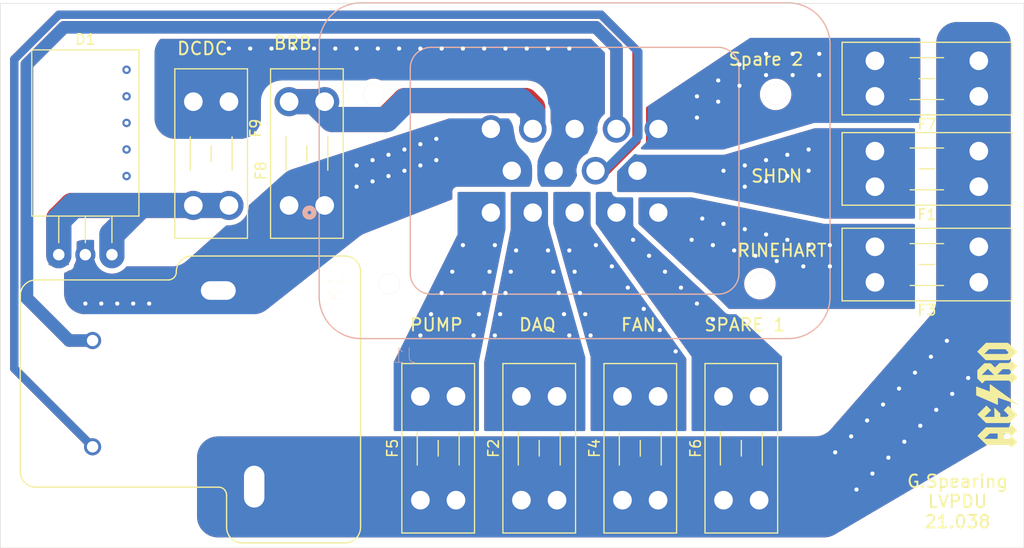
<source format=kicad_pcb>
(kicad_pcb (version 20171130) (host pcbnew 5.1.7-a382d34a8~88~ubuntu18.04.1)

  (general
    (thickness 1.6)
    (drawings 15)
    (tracks 183)
    (zones 0)
    (modules 14)
    (nets 15)
  )

  (page A4)
  (layers
    (0 F.Cu signal)
    (31 B.Cu signal)
    (32 B.Adhes user)
    (33 F.Adhes user)
    (34 B.Paste user)
    (35 F.Paste user)
    (36 B.SilkS user)
    (37 F.SilkS user)
    (38 B.Mask user)
    (39 F.Mask user)
    (40 Dwgs.User user)
    (41 Cmts.User user)
    (42 Eco1.User user)
    (43 Eco2.User user)
    (44 Edge.Cuts user)
    (45 Margin user)
    (46 B.CrtYd user)
    (47 F.CrtYd user)
    (48 B.Fab user hide)
    (49 F.Fab user hide)
  )

  (setup
    (last_trace_width 0.25)
    (user_trace_width 0.8)
    (user_trace_width 1)
    (user_trace_width 1.2)
    (user_trace_width 2.4)
    (trace_clearance 0.2)
    (zone_clearance 0.508)
    (zone_45_only no)
    (trace_min 0.2)
    (via_size 0.8)
    (via_drill 0.4)
    (via_min_size 0.4)
    (via_min_drill 0.3)
    (uvia_size 0.3)
    (uvia_drill 0.1)
    (uvias_allowed no)
    (uvia_min_size 0.2)
    (uvia_min_drill 0.1)
    (edge_width 0.05)
    (segment_width 0.2)
    (pcb_text_width 0.3)
    (pcb_text_size 1.5 1.5)
    (mod_edge_width 0.12)
    (mod_text_size 1 1)
    (mod_text_width 0.15)
    (pad_size 1.524 1.524)
    (pad_drill 0.762)
    (pad_to_mask_clearance 0)
    (aux_axis_origin 0 0)
    (visible_elements FFFFFF7F)
    (pcbplotparams
      (layerselection 0x010fc_ffffffff)
      (usegerberextensions false)
      (usegerberattributes true)
      (usegerberadvancedattributes true)
      (creategerberjobfile true)
      (excludeedgelayer true)
      (linewidth 0.100000)
      (plotframeref false)
      (viasonmask false)
      (mode 1)
      (useauxorigin false)
      (hpglpennumber 1)
      (hpglpenspeed 20)
      (hpglpendiameter 15.000000)
      (psnegative false)
      (psa4output false)
      (plotreference true)
      (plotvalue true)
      (plotinvisibletext false)
      (padsonsilk false)
      (subtractmaskfromsilk false)
      (outputformat 1)
      (mirror false)
      (drillshape 0)
      (scaleselection 1)
      (outputdirectory "LVPDU_Gerber/"))
  )

  (net 0 "")
  (net 1 /DCDC_IN)
  (net 2 /BATT_IN)
  (net 3 +12V)
  (net 4 /SHUTDOWN_OUT)
  (net 5 /DAQ)
  (net 6 /RINEHART)
  (net 7 /RADIATOR)
  (net 8 /PUMP)
  (net 9 /TO_BRB)
  (net 10 GND)
  (net 11 /FROM_BRB)
  (net 12 /12V_OUT_1)
  (net 13 /12V_OUT_2)
  (net 14 /DCDC_Fused)

  (net_class Default "This is the default net class."
    (clearance 0.2)
    (trace_width 0.25)
    (via_dia 0.8)
    (via_drill 0.4)
    (uvia_dia 0.3)
    (uvia_drill 0.1)
    (add_net +12V)
    (add_net /12V_OUT_1)
    (add_net /12V_OUT_2)
    (add_net /BATT_IN)
    (add_net /DAQ)
    (add_net /DCDC_Fused)
    (add_net /DCDC_IN)
    (add_net /FROM_BRB)
    (add_net /PUMP)
    (add_net /RADIATOR)
    (add_net /RINEHART)
    (add_net /SHUTDOWN_OUT)
    (add_net /TO_BRB)
    (add_net GND)
  )

  (module AERO_CUSTOM:AERO_Logo_10x4mm (layer F.Cu) (tedit 0) (tstamp 60380DFA)
    (at 237.49 74.295 90)
    (fp_text reference G*** (at 0 0 90) (layer F.SilkS) hide
      (effects (font (size 1.524 1.524) (thickness 0.3)))
    )
    (fp_text value LOGO (at 0.75 0 90) (layer F.SilkS) hide
      (effects (font (size 1.524 1.524) (thickness 0.3)))
    )
    (fp_poly (pts (xy 4.590646 -1.503024) (xy 5.010092 -1.084064) (xy 5.010092 1.01413) (xy 4.135758 1.887556)
      (xy 3.745677 1.496968) (xy 3.355597 1.106381) (xy 3.355597 0.91824) (xy 3.938166 0.91824)
      (xy 4.012973 0.995422) (xy 4.087781 1.072604) (xy 4.246001 0.915597) (xy 4.404221 0.758589)
      (xy 4.404221 -0.804819) (xy 4.171193 -1.036973) (xy 3.938166 -1.269126) (xy 3.938166 0.91824)
      (xy 3.355597 0.91824) (xy 3.355597 -1.10738) (xy 3.763398 -1.514682) (xy 4.1712 -1.921985)
      (xy 4.590646 -1.503024)) (layer F.SilkS) (width 0.01))
    (fp_poly (pts (xy 3.052661 -1.246114) (xy 3.052661 -0.641748) (xy 2.645809 -0.233002) (xy 2.860886 -0.017026)
      (xy 3.075964 0.198949) (xy 3.075964 1.105415) (xy 3.197841 1.228826) (xy 3.319719 1.352236)
      (xy 3.051947 1.620008) (xy 2.784175 1.887779) (xy 2.261465 1.363211) (xy 2.491377 1.106881)
      (xy 2.492386 0.803547) (xy 2.493395 0.500214) (xy 2.237065 0.244679) (xy 1.980734 -0.010857)
      (xy 1.980734 1.131935) (xy 2.097505 1.246951) (xy 2.214276 1.361966) (xy 1.952243 1.624744)
      (xy 1.862409 1.713933) (xy 1.783925 1.790151) (xy 1.722682 1.847811) (xy 1.684576 1.881323)
      (xy 1.675144 1.887523) (xy 1.654733 1.87152) (xy 1.608141 1.827324) (xy 1.541156 1.760657)
      (xy 1.459566 1.677241) (xy 1.405051 1.620528) (xy 1.150023 1.353533) (xy 1.274094 1.231003)
      (xy 1.398166 1.108473) (xy 1.398166 -0.314816) (xy 1.934129 -0.314816) (xy 2.231125 -0.611812)
      (xy 2.528121 -0.908807) (xy 1.934129 -1.502799) (xy 1.934129 -0.314816) (xy 1.398166 -0.314816)
      (xy 1.398166 -1.175438) (xy 1.264759 -1.310251) (xy 1.131352 -1.445065) (xy 1.363358 -1.677945)
      (xy 1.595365 -1.910826) (xy 2.389135 -1.910826) (xy 3.052661 -1.246114)) (layer F.SilkS) (width 0.01))
    (fp_poly (pts (xy -1.416608 -1.47486) (xy -0.991063 -1.048849) (xy -1.21171 -0.827281) (xy -1.432356 -0.605713)
      (xy -2.073944 -1.246073) (xy -2.073944 -0.277684) (xy -1.189008 -0.291284) (xy -1.473833 -0.005826)
      (xy -1.758658 0.279633) (xy -2.073944 0.279633) (xy -2.073944 0.953041) (xy -1.990882 1.016396)
      (xy -1.90782 1.07975) (xy -1.432564 0.606112) (xy -1.01212 1.026556) (xy -1.444776 1.457039)
      (xy -1.561006 1.57228) (xy -1.666275 1.675877) (xy -1.75613 1.763512) (xy -1.82612 1.830866)
      (xy -1.871792 1.873621) (xy -1.888568 1.887523) (xy -1.907491 1.871751) (xy -1.954481 1.827522)
      (xy -2.024781 1.759462) (xy -2.113633 1.672199) (xy -2.21628 1.570361) (xy -2.278108 1.508596)
      (xy -2.656513 1.129669) (xy -2.656513 -1.081938) (xy -2.249333 -1.491404) (xy -1.842152 -1.900871)
      (xy -1.416608 -1.47486)) (layer F.SilkS) (width 0.01))
    (fp_poly (pts (xy -3.477698 -1.508623) (xy -3.075963 -1.106395) (xy -3.075963 1.105415) (xy -2.954085 1.228826)
      (xy -2.832208 1.352236) (xy -3.09998 1.620008) (xy -3.367752 1.887779) (xy -3.902032 1.351979)
      (xy -3.658532 1.105415) (xy -3.658532 0.629174) (xy -4.171192 0.629174) (xy -4.171192 1.105415)
      (xy -4.049315 1.228826) (xy -3.927437 1.352236) (xy -4.195209 1.620008) (xy -4.462981 1.887779)
      (xy -4.997261 1.351979) (xy -4.753761 1.105415) (xy -4.753761 0.023303) (xy -4.171192 0.023303)
      (xy -3.658532 0.023303) (xy -3.658532 -0.735332) (xy -3.913681 -1.002666) (xy -4.168831 -1.27)
      (xy -4.170011 -0.623349) (xy -4.171192 0.023303) (xy -4.753761 0.023303) (xy -4.753761 -1.037433)
      (xy -4.316597 -1.474142) (xy -3.879434 -1.910851) (xy -3.477698 -1.508623)) (layer F.SilkS) (width 0.01))
    (fp_poly (pts (xy 0.594221 -1.374862) (xy 0.354968 -0.722385) (xy 0.717059 -0.722385) (xy 0.853644 -0.722106)
      (xy 0.949683 -0.720764) (xy 1.011233 -0.717601) (xy 1.044352 -0.711857) (xy 1.055098 -0.702775)
      (xy 1.049529 -0.689597) (xy 1.04285 -0.681606) (xy 1.024199 -0.657081) (xy 0.981096 -0.598426)
      (xy 0.91624 -0.509389) (xy 0.83233 -0.39372) (xy 0.732061 -0.25517) (xy 0.618134 -0.097489)
      (xy 0.493246 0.075575) (xy 0.360094 0.26027) (xy 0.221378 0.452846) (xy 0.079794 0.649555)
      (xy -0.061959 0.846645) (xy -0.201183 1.040368) (xy -0.33518 1.226972) (xy -0.461252 1.402708)
      (xy -0.576701 1.563827) (xy -0.67883 1.706578) (xy -0.764939 1.827211) (xy -0.832331 1.921976)
      (xy -0.878309 1.987123) (xy -0.900173 2.018903) (xy -0.900652 2.019655) (xy -0.898812 2.007273)
      (xy -0.882983 1.955011) (xy -0.854541 1.86699) (xy -0.814862 1.74733) (xy -0.765324 1.600151)
      (xy -0.707302 1.429575) (xy -0.642173 1.23972) (xy -0.580239 1.060454) (xy -0.509049 0.854915)
      (xy -0.442772 0.663314) (xy -0.382925 0.490054) (xy -0.331024 0.33954) (xy -0.288589 0.216175)
      (xy -0.257135 0.124363) (xy -0.23818 0.068509) (xy -0.233027 0.05261) (xy -0.254981 0.050511)
      (xy -0.315447 0.048732) (xy -0.406333 0.047414) (xy -0.519545 0.046696) (xy -0.579325 0.046605)
      (xy -0.925622 0.046605) (xy -0.665354 -0.541789) (xy -0.583068 -0.727996) (xy -0.494257 -0.929277)
      (xy -0.404488 -1.132995) (xy -0.319327 -1.326516) (xy -0.244339 -1.497202) (xy -0.208576 -1.578762)
      (xy -0.012066 -2.027339) (xy 0.833473 -2.027339) (xy 0.594221 -1.374862)) (layer F.SilkS) (width 0.01))
  )

  (module Package_TO_SOT_THT:TO-220-3_Horizontal_TabDown (layer F.Cu) (tedit 5AC8BA0D) (tstamp 6020A853)
    (at 147.828 60.856)
    (descr "TO-220-3, Horizontal, RM 2.54mm, see https://www.vishay.com/docs/66542/to-220-1.pdf")
    (tags "TO-220-3 Horizontal RM 2.54mm")
    (path /5FFCA662)
    (fp_text reference D1 (at 2.54 -20.58) (layer F.SilkS)
      (effects (font (size 1 1) (thickness 0.15)))
    )
    (fp_text value D_Schottky_AKA (at 2.54 2) (layer F.Fab)
      (effects (font (size 1 1) (thickness 0.15)))
    )
    (fp_circle (center 2.54 -16.66) (end 4.39 -16.66) (layer F.Fab) (width 0.1))
    (fp_line (start -2.46 -13.06) (end -2.46 -19.46) (layer F.Fab) (width 0.1))
    (fp_line (start -2.46 -19.46) (end 7.54 -19.46) (layer F.Fab) (width 0.1))
    (fp_line (start 7.54 -19.46) (end 7.54 -13.06) (layer F.Fab) (width 0.1))
    (fp_line (start 7.54 -13.06) (end -2.46 -13.06) (layer F.Fab) (width 0.1))
    (fp_line (start -2.46 -3.81) (end -2.46 -13.06) (layer F.Fab) (width 0.1))
    (fp_line (start -2.46 -13.06) (end 7.54 -13.06) (layer F.Fab) (width 0.1))
    (fp_line (start 7.54 -13.06) (end 7.54 -3.81) (layer F.Fab) (width 0.1))
    (fp_line (start 7.54 -3.81) (end -2.46 -3.81) (layer F.Fab) (width 0.1))
    (fp_line (start 0 -3.81) (end 0 0) (layer F.Fab) (width 0.1))
    (fp_line (start 2.54 -3.81) (end 2.54 0) (layer F.Fab) (width 0.1))
    (fp_line (start 5.08 -3.81) (end 5.08 0) (layer F.Fab) (width 0.1))
    (fp_line (start -2.58 -3.69) (end 7.66 -3.69) (layer F.SilkS) (width 0.12))
    (fp_line (start -2.58 -19.58) (end 7.66 -19.58) (layer F.SilkS) (width 0.12))
    (fp_line (start -2.58 -19.58) (end -2.58 -3.69) (layer F.SilkS) (width 0.12))
    (fp_line (start 7.66 -19.58) (end 7.66 -3.69) (layer F.SilkS) (width 0.12))
    (fp_line (start 0 -3.69) (end 0 -1.15) (layer F.SilkS) (width 0.12))
    (fp_line (start 2.54 -3.69) (end 2.54 -1.15) (layer F.SilkS) (width 0.12))
    (fp_line (start 5.08 -3.69) (end 5.08 -1.15) (layer F.SilkS) (width 0.12))
    (fp_line (start -2.71 -19.71) (end -2.71 1.25) (layer F.CrtYd) (width 0.05))
    (fp_line (start -2.71 1.25) (end 7.79 1.25) (layer F.CrtYd) (width 0.05))
    (fp_line (start 7.79 1.25) (end 7.79 -19.71) (layer F.CrtYd) (width 0.05))
    (fp_line (start 7.79 -19.71) (end -2.71 -19.71) (layer F.CrtYd) (width 0.05))
    (fp_text user %R (at 2.54 -20.58) (layer F.Fab)
      (effects (font (size 1 1) (thickness 0.15)))
    )
    (pad 3 thru_hole oval (at 5.08 0) (size 1.905 2) (drill 1.1) (layers *.Cu *.Mask)
      (net 14 /DCDC_Fused))
    (pad 2 thru_hole oval (at 2.54 0) (size 1.905 2) (drill 1.1) (layers *.Cu *.Mask)
      (net 2 /BATT_IN))
    (pad 1 thru_hole rect (at 0 0) (size 1.905 2) (drill 1.1) (layers *.Cu *.Mask)
      (net 14 /DCDC_Fused))
    (pad "" np_thru_hole oval (at 2.54 -16.66) (size 3.5 3.5) (drill 3.5) (layers *.Cu *.Mask))
    (model ${KISYS3DMOD}/Package_TO_SOT_THT.3dshapes/TO-220-3_Horizontal_TabDown.wrl
      (at (xyz 0 0 0))
      (scale (xyz 1 1 1))
      (rotate (xyz 0 0 0))
    )
  )

  (module AERO_CUSTOM:Fuseholder_Blade_Mini_Keystone_3568 (layer F.Cu) (tedit 5E700673) (tstamp 60209C04)
    (at 164.084 46.228 270)
    (descr "fuse holder, car blade fuse mini, http://www.keyelco.com/product-pdf.cfm?p=306")
    (tags "car blade fuse mini")
    (path /6023B958)
    (fp_text reference F9 (at 2.54 -2.54 270) (layer F.SilkS)
      (effects (font (size 1 1) (thickness 0.15)))
    )
    (fp_text value "3568 Mini Blade" (at 4.96 6.07 270) (layer F.Fab)
      (effects (font (size 1 1) (thickness 0.15)))
    )
    (fp_line (start -3.04 -1.67) (end -3.04 5.07) (layer F.Fab) (width 0.1))
    (fp_line (start -3.04 5.07) (end 12.96 5.07) (layer F.Fab) (width 0.1))
    (fp_line (start 12.96 5.07) (end 12.96 -1.67) (layer F.Fab) (width 0.1))
    (fp_line (start 12.96 -1.67) (end -3.04 -1.67) (layer F.Fab) (width 0.1))
    (fp_line (start -3.14 -1.77) (end -3.14 5.17) (layer F.SilkS) (width 0.12))
    (fp_line (start -3.14 5.17) (end 13.06 5.17) (layer F.SilkS) (width 0.12))
    (fp_line (start 13.06 5.17) (end 13.06 -1.77) (layer F.SilkS) (width 0.12))
    (fp_line (start 13.06 -1.77) (end -3.14 -1.77) (layer F.SilkS) (width 0.12))
    (fp_line (start 4.21 1.7) (end 5.71 1.7) (layer F.SilkS) (width 0.12))
    (fp_line (start 6.56 3.7) (end 3.36 3.7) (layer F.SilkS) (width 0.12))
    (fp_line (start 3.36 -0.3) (end 6.56 -0.3) (layer F.SilkS) (width 0.12))
    (fp_line (start -3.29 -1.92) (end -3.29 5.32) (layer F.CrtYd) (width 0.05))
    (fp_line (start -3.29 5.32) (end 13.21 5.32) (layer F.CrtYd) (width 0.05))
    (fp_line (start 13.21 5.32) (end 13.21 -1.92) (layer F.CrtYd) (width 0.05))
    (fp_line (start 13.21 -1.92) (end -3.29 -1.92) (layer F.CrtYd) (width 0.05))
    (fp_text user %R (at 4.96 1.7 270) (layer F.Fab)
      (effects (font (size 1 1) (thickness 0.15)))
    )
    (pad 1 thru_hole circle (at 0 0 270) (size 2.78 2.78) (drill 1.78) (layers *.Cu *.Mask)
      (net 1 /DCDC_IN))
    (pad 1 thru_hole circle (at 0 3.4 270) (size 2.78 2.78) (drill 1.78) (layers *.Cu *.Mask)
      (net 1 /DCDC_IN))
    (pad 2 thru_hole circle (at 9.92 0 270) (size 2.78 2.78) (drill 1.78) (layers *.Cu *.Mask)
      (net 14 /DCDC_Fused))
    (pad 2 thru_hole circle (at 9.92 3.4 270) (size 2.78 2.78) (drill 1.78) (layers *.Cu *.Mask)
      (net 14 /DCDC_Fused))
    (model "${AERO_3D}/Keystone 3568 with fuse.STEP"
      (offset (xyz -0.7366 -3.581399999999999 0))
      (scale (xyz 1 1 1))
      (rotate (xyz -90 0 0))
    )
  )

  (module AERO_CUSTOM:TE_1-776262-1_14pin_Vertical (layer B.Cu) (tedit 5CA51355) (tstamp 5FFD4CCF)
    (at 197.104 52.832)
    (path /5FFF0982)
    (fp_text reference J1 (at -16.2708 17.6691) (layer B.SilkS)
      (effects (font (size 1.40128 1.40128) (thickness 0.05)) (justify mirror))
    )
    (fp_text value Conn_01x14 (at -15.503 -18.0444) (layer B.SilkS) hide
      (effects (font (size 1.4008 1.4008) (thickness 0.05)) (justify mirror))
    )
    (fp_line (start 24.4 12.05) (end 24.4 -12.05) (layer Eco2.User) (width 0.127))
    (fp_line (start -20.4 16.05) (end 20.4 16.05) (layer Eco2.User) (width 0.127))
    (fp_line (start -24.4 -12.05) (end -24.4 12.05) (layer Eco2.User) (width 0.127))
    (fp_line (start 20.4 -16.05) (end -20.4 -16.05) (layer Eco2.User) (width 0.127))
    (fp_line (start 13.7 -11.8) (end -13.7 -11.8) (layer Eco2.User) (width 0.127))
    (fp_line (start 15.7 9.8) (end 15.7 -9.8) (layer Eco2.User) (width 0.127))
    (fp_line (start -13.7 11.8) (end 13.7 11.8) (layer Eco2.User) (width 0.127))
    (fp_line (start -15.7 -9.8) (end -15.7 9.8) (layer Eco2.User) (width 0.127))
    (fp_line (start 20.65 -16.3) (end -20.65 -16.3) (layer Eco1.User) (width 0.05))
    (fp_line (start 24.65 12.3) (end 24.65 -12.3) (layer Eco1.User) (width 0.05))
    (fp_line (start -20.65 16.3) (end 20.65 16.3) (layer Eco1.User) (width 0.05))
    (fp_line (start -24.65 -12.3) (end -24.65 12.3) (layer Eco1.User) (width 0.05))
    (fp_circle (center -25.333 4) (end -25.158 4) (layer B.SilkS) (width 0.5))
    (fp_line (start 24.4 12.05) (end 24.4 -12.05) (layer B.SilkS) (width 0.127))
    (fp_line (start -20.4 16.05) (end 20.4 16.05) (layer B.SilkS) (width 0.127))
    (fp_line (start -24.4 -12.05) (end -24.4 12.05) (layer B.SilkS) (width 0.127))
    (fp_line (start 20.4 -16.05) (end -20.4 -16.05) (layer B.SilkS) (width 0.127))
    (fp_line (start 13.7 -11.8) (end -13.7 -11.8) (layer B.SilkS) (width 0.127))
    (fp_line (start 15.7 9.8) (end 15.7 -9.8) (layer B.SilkS) (width 0.127))
    (fp_line (start -13.7 11.8) (end 13.7 11.8) (layer B.SilkS) (width 0.127))
    (fp_line (start -15.7 -9.8) (end -15.7 9.8) (layer B.SilkS) (width 0.127))
    (fp_arc (start 20.4 -12.05) (end 20.4 -16.05) (angle 90) (layer Eco2.User) (width 0.127))
    (fp_arc (start 20.4 12.05) (end 24.4 12.05) (angle 90) (layer Eco2.User) (width 0.127))
    (fp_arc (start -20.4 12.05) (end -20.4 16.05) (angle 90) (layer Eco2.User) (width 0.127))
    (fp_arc (start -20.4 -12.05) (end -24.4 -12.05) (angle 90) (layer Eco2.User) (width 0.127))
    (fp_arc (start -13.7 -9.8) (end -15.7 -9.8) (angle 90) (layer Eco2.User) (width 0.127))
    (fp_arc (start 13.7 -9.8) (end 13.7 -11.8) (angle 90) (layer Eco2.User) (width 0.127))
    (fp_arc (start 13.7 9.8) (end 15.7 9.8) (angle 90) (layer Eco2.User) (width 0.127))
    (fp_arc (start -13.7 9.8) (end -13.7 11.8) (angle 90) (layer Eco2.User) (width 0.127))
    (fp_arc (start -20.65 -12.3) (end -24.65 -12.3) (angle 90) (layer Eco1.User) (width 0.05))
    (fp_arc (start 20.65 -12.3) (end 20.65 -16.3) (angle 90) (layer Eco1.User) (width 0.05))
    (fp_arc (start 20.65 12.3) (end 24.65 12.3) (angle 90) (layer Eco1.User) (width 0.05))
    (fp_arc (start -20.65 12.3) (end -20.65 16.3) (angle 90) (layer Eco1.User) (width 0.05))
    (fp_arc (start 20.4 -12.05) (end 20.4 -16.05) (angle 90) (layer B.SilkS) (width 0.127))
    (fp_arc (start 20.4 12.05) (end 24.4 12.05) (angle 90) (layer B.SilkS) (width 0.127))
    (fp_arc (start -20.4 12.05) (end -20.4 16.05) (angle 90) (layer B.SilkS) (width 0.127))
    (fp_arc (start -20.4 -12.05) (end -24.4 -12.05) (angle 90) (layer B.SilkS) (width 0.127))
    (fp_arc (start -13.7 -9.8) (end -15.7 -9.8) (angle 90) (layer B.SilkS) (width 0.127))
    (fp_arc (start 13.7 -9.8) (end 13.7 -11.8) (angle 90) (layer B.SilkS) (width 0.127))
    (fp_arc (start 13.7 9.8) (end 15.7 9.8) (angle 90) (layer B.SilkS) (width 0.127))
    (fp_arc (start -13.7 9.8) (end -13.7 11.8) (angle 90) (layer B.SilkS) (width 0.127))
    (pad Hole np_thru_hole circle (at 19.2 -7.3) (size 2 2) (drill 2) (layers *.Cu *.Mask B.SilkS))
    (pad Hole np_thru_hole circle (at -19.2 -7.3) (size 2 2) (drill 2) (layers *.Cu *.Mask B.SilkS))
    (pad Hole np_thru_hole circle (at 17.7 10.8) (size 2 2) (drill 2) (layers *.Cu *.Mask B.SilkS))
    (pad Hole np_thru_hole circle (at -17.7 10.8) (size 2 2) (drill 2) (layers *.Cu *.Mask B.SilkS))
    (pad 14 thru_hole circle (at 8 -4) (size 2.625 2.625) (drill 1.75) (layers *.Cu *.Mask)
      (net 13 /12V_OUT_2))
    (pad 13 thru_hole circle (at 4 -4) (size 2.625 2.625) (drill 1.75) (layers *.Cu *.Mask)
      (net 11 /FROM_BRB))
    (pad 12 thru_hole circle (at 0 -4) (size 2.625 2.625) (drill 1.75) (layers *.Cu *.Mask)
      (net 1 /DCDC_IN))
    (pad 11 thru_hole circle (at -4 -4) (size 2.625 2.625) (drill 1.75) (layers *.Cu *.Mask)
      (net 9 /TO_BRB))
    (pad 10 thru_hole circle (at -8 -4) (size 2.625 2.625) (drill 1.75) (layers *.Cu *.Mask)
      (net 2 /BATT_IN))
    (pad 9 thru_hole circle (at 6 0) (size 2.625 2.625) (drill 1.75) (layers *.Cu *.Mask)
      (net 4 /SHUTDOWN_OUT))
    (pad 8 thru_hole circle (at 2 0) (size 2.625 2.625) (drill 1.75) (layers *.Cu *.Mask)
      (net 10 GND))
    (pad 7 thru_hole circle (at -2 0) (size 2.625 2.625) (drill 1.75) (layers *.Cu *.Mask)
      (net 1 /DCDC_IN))
    (pad 6 thru_hole circle (at -6 0) (size 2.625 2.625) (drill 1.75) (layers *.Cu *.Mask)
      (net 2 /BATT_IN))
    (pad 5 thru_hole circle (at 8 4) (size 2.625 2.625) (drill 1.75) (layers *.Cu *.Mask)
      (net 6 /RINEHART))
    (pad 4 thru_hole circle (at 4 4) (size 2.625 2.625) (drill 1.75) (layers *.Cu *.Mask)
      (net 12 /12V_OUT_1))
    (pad 3 thru_hole circle (at 0 4) (size 2.625 2.625) (drill 1.75) (layers *.Cu *.Mask)
      (net 7 /RADIATOR))
    (pad 2 thru_hole circle (at -4 4) (size 2.625 2.625) (drill 1.75) (layers *.Cu *.Mask)
      (net 5 /DAQ))
    (pad 1 thru_hole rect (at -8 4) (size 2.625 2.625) (drill 1.75) (layers *.Cu *.Mask)
      (net 8 /PUMP))
    (model /home/cullen/Documents/AERO/KiCad/libraries/Connector_TE-AMPSEAL.pretty/3d/c-1-776262-2-c-3d.stp
      (offset (xyz 0 0 34.28999948501587))
      (scale (xyz 1 1 1))
      (rotate (xyz 0 0 0))
    )
  )

  (module AERO_CUSTOM:Fuseholder_Blade_Mini_Keystone_3568 (layer F.Cu) (tedit 5E700673) (tstamp 602417B6)
    (at 173.228 46.228 270)
    (descr "fuse holder, car blade fuse mini, http://www.keyelco.com/product-pdf.cfm?p=306")
    (tags "car blade fuse mini")
    (path /6021FB68)
    (fp_text reference F8 (at 6.604 6.096 270) (layer F.SilkS)
      (effects (font (size 1 1) (thickness 0.15)))
    )
    (fp_text value "3568 Mini Blade" (at 4.96 6.07 270) (layer F.Fab)
      (effects (font (size 1 1) (thickness 0.15)))
    )
    (fp_line (start -3.04 -1.67) (end -3.04 5.07) (layer F.Fab) (width 0.1))
    (fp_line (start -3.04 5.07) (end 12.96 5.07) (layer F.Fab) (width 0.1))
    (fp_line (start 12.96 5.07) (end 12.96 -1.67) (layer F.Fab) (width 0.1))
    (fp_line (start 12.96 -1.67) (end -3.04 -1.67) (layer F.Fab) (width 0.1))
    (fp_line (start -3.14 -1.77) (end -3.14 5.17) (layer F.SilkS) (width 0.12))
    (fp_line (start -3.14 5.17) (end 13.06 5.17) (layer F.SilkS) (width 0.12))
    (fp_line (start 13.06 5.17) (end 13.06 -1.77) (layer F.SilkS) (width 0.12))
    (fp_line (start 13.06 -1.77) (end -3.14 -1.77) (layer F.SilkS) (width 0.12))
    (fp_line (start 4.21 1.7) (end 5.71 1.7) (layer F.SilkS) (width 0.12))
    (fp_line (start 6.56 3.7) (end 3.36 3.7) (layer F.SilkS) (width 0.12))
    (fp_line (start 3.36 -0.3) (end 6.56 -0.3) (layer F.SilkS) (width 0.12))
    (fp_line (start -3.29 -1.92) (end -3.29 5.32) (layer F.CrtYd) (width 0.05))
    (fp_line (start -3.29 5.32) (end 13.21 5.32) (layer F.CrtYd) (width 0.05))
    (fp_line (start 13.21 5.32) (end 13.21 -1.92) (layer F.CrtYd) (width 0.05))
    (fp_line (start 13.21 -1.92) (end -3.29 -1.92) (layer F.CrtYd) (width 0.05))
    (fp_text user %R (at 4.96 1.7 270) (layer F.Fab)
      (effects (font (size 1 1) (thickness 0.15)))
    )
    (pad 1 thru_hole circle (at 0 0 270) (size 2.78 2.78) (drill 1.78) (layers *.Cu *.Mask)
      (net 9 /TO_BRB))
    (pad 1 thru_hole circle (at 0 3.4 270) (size 2.78 2.78) (drill 1.78) (layers *.Cu *.Mask)
      (net 9 /TO_BRB))
    (pad 2 thru_hole circle (at 9.92 0 270) (size 2.78 2.78) (drill 1.78) (layers *.Cu *.Mask)
      (net 2 /BATT_IN))
    (pad 2 thru_hole circle (at 9.92 3.4 270) (size 2.78 2.78) (drill 1.78) (layers *.Cu *.Mask)
      (net 2 /BATT_IN))
    (model "${AERO_3D}/Keystone 3568 with fuse.STEP"
      (offset (xyz -0.7366 -3.581399999999999 0))
      (scale (xyz 1 1 1))
      (rotate (xyz -90 0 0))
    )
  )

  (module AERO_CUSTOM:Fuseholder_Blade_Mini_Keystone_3568 (layer F.Cu) (tedit 5E700673) (tstamp 60207FC3)
    (at 235.712 45.72 180)
    (descr "fuse holder, car blade fuse mini, http://www.keyelco.com/product-pdf.cfm?p=306")
    (tags "car blade fuse mini")
    (path /602183CF)
    (fp_text reference F7 (at 4.96 -2.67 180) (layer F.SilkS)
      (effects (font (size 1 1) (thickness 0.15)))
    )
    (fp_text value "3568 Mini Blade" (at 4.96 6.07 180) (layer F.Fab)
      (effects (font (size 1 1) (thickness 0.15)))
    )
    (fp_line (start -3.04 -1.67) (end -3.04 5.07) (layer F.Fab) (width 0.1))
    (fp_line (start -3.04 5.07) (end 12.96 5.07) (layer F.Fab) (width 0.1))
    (fp_line (start 12.96 5.07) (end 12.96 -1.67) (layer F.Fab) (width 0.1))
    (fp_line (start 12.96 -1.67) (end -3.04 -1.67) (layer F.Fab) (width 0.1))
    (fp_line (start -3.14 -1.77) (end -3.14 5.17) (layer F.SilkS) (width 0.12))
    (fp_line (start -3.14 5.17) (end 13.06 5.17) (layer F.SilkS) (width 0.12))
    (fp_line (start 13.06 5.17) (end 13.06 -1.77) (layer F.SilkS) (width 0.12))
    (fp_line (start 13.06 -1.77) (end -3.14 -1.77) (layer F.SilkS) (width 0.12))
    (fp_line (start 4.21 1.7) (end 5.71 1.7) (layer F.SilkS) (width 0.12))
    (fp_line (start 6.56 3.7) (end 3.36 3.7) (layer F.SilkS) (width 0.12))
    (fp_line (start 3.36 -0.3) (end 6.56 -0.3) (layer F.SilkS) (width 0.12))
    (fp_line (start -3.29 -1.92) (end -3.29 5.32) (layer F.CrtYd) (width 0.05))
    (fp_line (start -3.29 5.32) (end 13.21 5.32) (layer F.CrtYd) (width 0.05))
    (fp_line (start 13.21 5.32) (end 13.21 -1.92) (layer F.CrtYd) (width 0.05))
    (fp_line (start 13.21 -1.92) (end -3.29 -1.92) (layer F.CrtYd) (width 0.05))
    (fp_text user %R (at 4.96 1.7 180) (layer F.Fab)
      (effects (font (size 1 1) (thickness 0.15)))
    )
    (pad 1 thru_hole circle (at 0 0 180) (size 2.78 2.78) (drill 1.78) (layers *.Cu *.Mask)
      (net 3 +12V))
    (pad 1 thru_hole circle (at 0 3.4 180) (size 2.78 2.78) (drill 1.78) (layers *.Cu *.Mask)
      (net 3 +12V))
    (pad 2 thru_hole circle (at 9.92 0 180) (size 2.78 2.78) (drill 1.78) (layers *.Cu *.Mask)
      (net 13 /12V_OUT_2))
    (pad 2 thru_hole circle (at 9.92 3.4 180) (size 2.78 2.78) (drill 1.78) (layers *.Cu *.Mask)
      (net 13 /12V_OUT_2))
    (model "${AERO_3D}/Keystone 3568 with fuse.STEP"
      (offset (xyz -0.7366 -3.581399999999999 0))
      (scale (xyz 1 1 1))
      (rotate (xyz -90 0 0))
    )
  )

  (module AERO_CUSTOM:RELAY_T9VV1K15-12S (layer F.Cu) (tedit 5E50674C) (tstamp 5FFD4D16)
    (at 163.068 73.66 270)
    (path /5FFBBBA5)
    (fp_text reference K1 (at -9.652 -11.176 90) (layer F.SilkS)
      (effects (font (size 1.400906 1.400906) (thickness 0.015)))
    )
    (fp_text value T9VV1K15-12S (at 5.265 21.58165 90) (layer F.Fab)
      (effects (font (size 1.401496 1.401496) (thickness 0.015)))
    )
    (fp_line (start -10.6393 5.0229) (end -10.6393 4.7729) (layer F.CrtYd) (width 0.05))
    (fp_line (start -10.6393 17.4208) (end -10.6393 5.0229) (layer F.CrtYd) (width 0.05))
    (fp_line (start 7.92258 19.1709) (end -8.88918 19.1709) (layer F.CrtYd) (width 0.05))
    (fp_line (start 9.6727 0.2229) (end 9.6727 17.4208) (layer F.CrtYd) (width 0.05))
    (fp_line (start 13.2546 -0.5391) (end 10.4347 -0.5391) (layer F.CrtYd) (width 0.05))
    (fp_line (start 15.005 -12.089) (end 15.005 -2.28922) (layer F.CrtYd) (width 0.05))
    (fp_line (start -11.1752 -13.8391) (end 13.2546 -13.8391) (layer F.CrtYd) (width 0.05))
    (fp_line (start -12.925 2.51078) (end -12.925 -12.089) (layer F.CrtYd) (width 0.05))
    (fp_line (start -11.1752 -13.5891) (end 13.2546 -13.5891) (layer F.SilkS) (width 0.127))
    (fp_line (start -12.675 2.51078) (end -12.675 -12.089) (layer F.SilkS) (width 0.127))
    (fp_line (start -10.3893 17.4208) (end -10.3893 4.7729) (layer F.SilkS) (width 0.127))
    (fp_line (start 13.2546 -0.7891) (end 10.1847 -0.7891) (layer F.SilkS) (width 0.127))
    (fp_line (start -11.1513 4.0109) (end -11.1752 4.0109) (layer F.SilkS) (width 0.127))
    (fp_line (start 9.4227 -0.0271) (end 9.4227 17.4208) (layer F.SilkS) (width 0.127))
    (fp_line (start 14.755 -12.089) (end 14.755 -2.28922) (layer F.SilkS) (width 0.127))
    (fp_line (start 7.92258 18.9209) (end -8.88918 18.9209) (layer F.SilkS) (width 0.127))
    (fp_line (start -11.1752 -13.5891) (end 13.2546 -13.5891) (layer F.Fab) (width 0.127))
    (fp_line (start -12.675 2.51078) (end -12.675 -12.089) (layer F.Fab) (width 0.127))
    (fp_line (start -10.3893 17.4208) (end -10.3893 4.7729) (layer F.Fab) (width 0.127))
    (fp_line (start 13.2546 -0.7891) (end 10.1847 -0.7891) (layer F.Fab) (width 0.127))
    (fp_line (start -11.1513 4.0109) (end -11.1752 4.0109) (layer F.Fab) (width 0.127))
    (fp_line (start 9.4227 -0.0271) (end 9.4227 17.4208) (layer F.Fab) (width 0.127))
    (fp_line (start 14.755 -12.089) (end 14.755 -2.28922) (layer F.Fab) (width 0.127))
    (fp_line (start 7.92258 18.9209) (end -8.88918 18.9209) (layer F.Fab) (width 0.127))
    (fp_circle (center -5.08 8.89) (end -4.7625 8.89) (layer F.Fab) (width 0.127))
    (fp_circle (center 5.08 8.89) (end 5.3975 8.89) (layer F.Fab) (width 0.127))
    (fp_line (start 1.27 0) (end 6.92 0) (layer F.Fab) (width 0.127))
    (fp_line (start -1.27 0) (end 1.27 1.27) (layer F.Fab) (width 0.127))
    (fp_line (start -4.71 0) (end -1.27 0) (layer F.Fab) (width 0.127))
    (fp_circle (center 7.29 0) (end 7.6075 0) (layer F.Fab) (width 0.127))
    (fp_circle (center -5.08 0) (end -4.7625 0) (layer F.Fab) (width 0.127))
    (fp_line (start 2.54 7.62) (end 5.08 7.62) (layer F.Fab) (width 0.127))
    (fp_line (start 5.08 7.62) (end 5.08 8.49) (layer F.Fab) (width 0.127))
    (fp_line (start -5.08 7.62) (end -2.54 7.62) (layer F.Fab) (width 0.127))
    (fp_line (start -5.08 8.49) (end -5.08 7.62) (layer F.Fab) (width 0.127))
    (fp_arc (start -1.905 7.62) (end -1.27 7.62) (angle -180) (layer F.Fab) (width 0.127))
    (fp_arc (start -0.635 7.62) (end 0 7.62) (angle -180) (layer F.Fab) (width 0.127))
    (fp_arc (start 0.635 7.62) (end 1.27 7.62) (angle -180) (layer F.Fab) (width 0.127))
    (fp_arc (start 1.905 7.62) (end 2.54 7.62) (angle -180) (layer F.Fab) (width 0.127))
    (fp_arc (start 7.922587 17.420787) (end 7.92258 18.9209) (angle -89.9998) (layer F.Fab) (width 0.127))
    (fp_arc (start 13.254734 -2.28936) (end 13.2546 -0.789094) (angle -89.9998) (layer F.Fab) (width 0.127))
    (fp_arc (start 13.254597 -12.088997) (end 14.7547 -12.089) (angle -89.9998) (layer F.Fab) (width 0.127))
    (fp_arc (start -11.175047 -12.089147) (end -11.1752 -13.5891) (angle -89.9998) (layer F.Fab) (width 0.127))
    (fp_arc (start -11.175187 2.510787) (end -12.6753 2.51078) (angle -89.9998) (layer F.Fab) (width 0.127))
    (fp_arc (start -8.889187 17.420787) (end -10.3893 17.4208) (angle -89.9998) (layer F.Fab) (width 0.127))
    (fp_arc (start 10.1847 -0.0271) (end 10.1847 -0.7891) (angle -90) (layer F.Fab) (width 0.127))
    (fp_arc (start -11.1513 4.7729) (end -10.3893 4.7729) (angle -90) (layer F.Fab) (width 0.127))
    (fp_arc (start 7.922587 17.420787) (end 7.92258 18.9209) (angle -89.9998) (layer F.SilkS) (width 0.127))
    (fp_arc (start 13.254734 -2.28936) (end 13.2546 -0.789094) (angle -89.9998) (layer F.SilkS) (width 0.127))
    (fp_arc (start 13.254597 -12.088997) (end 14.7547 -12.089) (angle -89.9998) (layer F.SilkS) (width 0.127))
    (fp_arc (start -11.175047 -12.089147) (end -11.1752 -13.5891) (angle -89.9998) (layer F.SilkS) (width 0.127))
    (fp_arc (start -11.175187 2.510787) (end -12.6753 2.51078) (angle -89.9998) (layer F.SilkS) (width 0.127))
    (fp_arc (start -8.889187 17.420787) (end -10.3893 17.4208) (angle -89.9998) (layer F.SilkS) (width 0.127))
    (fp_arc (start 10.1847 -0.0271) (end 10.1847 -0.7891) (angle -90) (layer F.SilkS) (width 0.127))
    (fp_arc (start -11.1513 4.7729) (end -10.3893 4.7729) (angle -90) (layer F.SilkS) (width 0.127))
    (fp_arc (start -11.175047 -12.089147) (end -11.1752 -13.8391) (angle -89.9998) (layer F.CrtYd) (width 0.05))
    (fp_arc (start 13.254597 -12.088997) (end 15.0047 -12.089) (angle -89.9998) (layer F.CrtYd) (width 0.05))
    (fp_arc (start 13.254734 -2.28936) (end 13.2546 -0.539094) (angle -89.9998) (layer F.CrtYd) (width 0.05))
    (fp_arc (start 10.4347 0.2229) (end 10.4347 -0.5391) (angle -90) (layer F.CrtYd) (width 0.05))
    (fp_arc (start 7.922587 17.420787) (end 7.92258 19.1709) (angle -89.9998) (layer F.CrtYd) (width 0.05))
    (fp_arc (start -8.889187 17.420787) (end -10.6393 17.4208) (angle -89.9998) (layer F.CrtYd) (width 0.05))
    (fp_arc (start -11.300187 2.635787) (end -12.9253 2.51078) (angle -89.9998) (layer F.CrtYd) (width 0.05))
    (fp_arc (start -11.4013 5.0229) (end -10.6393 5.0229) (angle -90) (layer F.CrtYd) (width 0.05))
    (pad 1 thru_hole circle (at 5.565 12.01 270) (size 1.635 1.635) (drill 1.09) (layers *.Cu *.Mask)
      (net 10 GND))
    (pad 2 thru_hole circle (at -4.595 12.01 270) (size 1.635 1.635) (drill 1.09) (layers *.Cu *.Mask)
      (net 11 /FROM_BRB))
    (pad 4 thru_hole oval (at 9.375 -3.43 270) (size 5.85 2.925) (drill oval 4 1.95) (layers *.Cu *.Mask)
      (net 3 +12V))
    (pad 3 thru_hole oval (at -9.375 0 270) (size 2.67 5.34) (drill oval 1.78 3.33) (layers *.Cu *.Mask)
      (net 2 /BATT_IN))
    (model ${AERO_3D}/T9VV1K15-12S.STEP
      (offset (xyz 0.5588 -2.7432 0))
      (scale (xyz 1 1 1))
      (rotate (xyz 0 180 0))
    )
  )

  (module MountingHole:MountingHole_3.2mm_M3 (layer F.Cu) (tedit 56D1B4CB) (tstamp 6020CC1A)
    (at 221.488 70.612)
    (descr "Mounting Hole 3.2mm, no annular, M3")
    (tags "mounting hole 3.2mm no annular m3")
    (path /6000AF10)
    (attr virtual)
    (fp_text reference H1 (at 0 -4.2) (layer F.SilkS) hide
      (effects (font (size 1 1) (thickness 0.15)))
    )
    (fp_text value MountingHole (at 0 4.2) (layer F.Fab)
      (effects (font (size 1 1) (thickness 0.15)))
    )
    (fp_circle (center 0 0) (end 3.2 0) (layer Cmts.User) (width 0.15))
    (fp_circle (center 0 0) (end 3.45 0) (layer F.CrtYd) (width 0.05))
    (fp_text user %R (at 0.3 0) (layer F.Fab)
      (effects (font (size 1 1) (thickness 0.15)))
    )
    (pad 1 np_thru_hole circle (at 0 0) (size 3.2 3.2) (drill 3.2) (layers *.Cu *.Mask))
  )

  (module AERO_CUSTOM:Fuseholder_Blade_Mini_Keystone_3568 (layer F.Cu) (tedit 5E700673) (tstamp 5FFD4C70)
    (at 211.328 84.328 90)
    (descr "fuse holder, car blade fuse mini, http://www.keyelco.com/product-pdf.cfm?p=306")
    (tags "car blade fuse mini")
    (path /5FFB836C)
    (fp_text reference F6 (at 4.96 -2.67 270) (layer F.SilkS)
      (effects (font (size 1 1) (thickness 0.15)))
    )
    (fp_text value "3568 Mini Blade" (at 4.96 6.07 270) (layer F.Fab)
      (effects (font (size 1 1) (thickness 0.15)))
    )
    (fp_line (start 13.21 -1.92) (end -3.29 -1.92) (layer F.CrtYd) (width 0.05))
    (fp_line (start 13.21 5.32) (end 13.21 -1.92) (layer F.CrtYd) (width 0.05))
    (fp_line (start -3.29 5.32) (end 13.21 5.32) (layer F.CrtYd) (width 0.05))
    (fp_line (start -3.29 -1.92) (end -3.29 5.32) (layer F.CrtYd) (width 0.05))
    (fp_line (start 3.36 -0.3) (end 6.56 -0.3) (layer F.SilkS) (width 0.12))
    (fp_line (start 6.56 3.7) (end 3.36 3.7) (layer F.SilkS) (width 0.12))
    (fp_line (start 4.21 1.7) (end 5.71 1.7) (layer F.SilkS) (width 0.12))
    (fp_line (start 13.06 -1.77) (end -3.14 -1.77) (layer F.SilkS) (width 0.12))
    (fp_line (start 13.06 5.17) (end 13.06 -1.77) (layer F.SilkS) (width 0.12))
    (fp_line (start -3.14 5.17) (end 13.06 5.17) (layer F.SilkS) (width 0.12))
    (fp_line (start -3.14 -1.77) (end -3.14 5.17) (layer F.SilkS) (width 0.12))
    (fp_line (start 12.96 -1.67) (end -3.04 -1.67) (layer F.Fab) (width 0.1))
    (fp_line (start 12.96 5.07) (end 12.96 -1.67) (layer F.Fab) (width 0.1))
    (fp_line (start -3.04 5.07) (end 12.96 5.07) (layer F.Fab) (width 0.1))
    (fp_line (start -3.04 -1.67) (end -3.04 5.07) (layer F.Fab) (width 0.1))
    (fp_text user %R (at 4.96 1.7 270) (layer F.Fab)
      (effects (font (size 1 1) (thickness 0.15)))
    )
    (pad 1 thru_hole circle (at 0 0 90) (size 2.78 2.78) (drill 1.78) (layers *.Cu *.Mask)
      (net 3 +12V))
    (pad 1 thru_hole circle (at 0 3.4 90) (size 2.78 2.78) (drill 1.78) (layers *.Cu *.Mask)
      (net 3 +12V))
    (pad 2 thru_hole circle (at 9.92 0 90) (size 2.78 2.78) (drill 1.78) (layers *.Cu *.Mask)
      (net 12 /12V_OUT_1))
    (pad 2 thru_hole circle (at 9.92 3.4 90) (size 2.78 2.78) (drill 1.78) (layers *.Cu *.Mask)
      (net 12 /12V_OUT_1))
    (model "${AERO_3D}/Keystone 3568 with fuse.STEP"
      (offset (xyz -0.7366 -3.581399999999999 0))
      (scale (xyz 1 1 1))
      (rotate (xyz -90 0 0))
    )
  )

  (module AERO_CUSTOM:Fuseholder_Blade_Mini_Keystone_3568 (layer F.Cu) (tedit 5E700673) (tstamp 6020AC96)
    (at 182.372 84.328 90)
    (descr "fuse holder, car blade fuse mini, http://www.keyelco.com/product-pdf.cfm?p=306")
    (tags "car blade fuse mini")
    (path /5FFB7E33)
    (fp_text reference F5 (at 4.96 -2.67 270) (layer F.SilkS)
      (effects (font (size 1 1) (thickness 0.15)))
    )
    (fp_text value "3568 Mini Blade" (at 4.96 6.07 270) (layer F.Fab)
      (effects (font (size 1 1) (thickness 0.15)))
    )
    (fp_line (start 13.21 -1.92) (end -3.29 -1.92) (layer F.CrtYd) (width 0.05))
    (fp_line (start 13.21 5.32) (end 13.21 -1.92) (layer F.CrtYd) (width 0.05))
    (fp_line (start -3.29 5.32) (end 13.21 5.32) (layer F.CrtYd) (width 0.05))
    (fp_line (start -3.29 -1.92) (end -3.29 5.32) (layer F.CrtYd) (width 0.05))
    (fp_line (start 3.36 -0.3) (end 6.56 -0.3) (layer F.SilkS) (width 0.12))
    (fp_line (start 6.56 3.7) (end 3.36 3.7) (layer F.SilkS) (width 0.12))
    (fp_line (start 4.21 1.7) (end 5.71 1.7) (layer F.SilkS) (width 0.12))
    (fp_line (start 13.06 -1.77) (end -3.14 -1.77) (layer F.SilkS) (width 0.12))
    (fp_line (start 13.06 5.17) (end 13.06 -1.77) (layer F.SilkS) (width 0.12))
    (fp_line (start -3.14 5.17) (end 13.06 5.17) (layer F.SilkS) (width 0.12))
    (fp_line (start -3.14 -1.77) (end -3.14 5.17) (layer F.SilkS) (width 0.12))
    (fp_line (start 12.96 -1.67) (end -3.04 -1.67) (layer F.Fab) (width 0.1))
    (fp_line (start 12.96 5.07) (end 12.96 -1.67) (layer F.Fab) (width 0.1))
    (fp_line (start -3.04 5.07) (end 12.96 5.07) (layer F.Fab) (width 0.1))
    (fp_line (start -3.04 -1.67) (end -3.04 5.07) (layer F.Fab) (width 0.1))
    (fp_text user %R (at 4.96 1.7 270) (layer F.Fab)
      (effects (font (size 1 1) (thickness 0.15)))
    )
    (pad 1 thru_hole circle (at 0 0 90) (size 2.78 2.78) (drill 1.78) (layers *.Cu *.Mask)
      (net 3 +12V))
    (pad 1 thru_hole circle (at 0 3.4 90) (size 2.78 2.78) (drill 1.78) (layers *.Cu *.Mask)
      (net 3 +12V))
    (pad 2 thru_hole circle (at 9.92 0 90) (size 2.78 2.78) (drill 1.78) (layers *.Cu *.Mask)
      (net 8 /PUMP))
    (pad 2 thru_hole circle (at 9.92 3.4 90) (size 2.78 2.78) (drill 1.78) (layers *.Cu *.Mask)
      (net 8 /PUMP))
    (model "${AERO_3D}/Keystone 3568 with fuse.STEP"
      (offset (xyz -0.7366 -3.581399999999999 0))
      (scale (xyz 1 1 1))
      (rotate (xyz -90 0 0))
    )
  )

  (module AERO_CUSTOM:Fuseholder_Blade_Mini_Keystone_3568 (layer F.Cu) (tedit 5E700673) (tstamp 5FFD4C40)
    (at 201.676 84.328 90)
    (descr "fuse holder, car blade fuse mini, http://www.keyelco.com/product-pdf.cfm?p=306")
    (tags "car blade fuse mini")
    (path /5FFB7AA2)
    (fp_text reference F4 (at 4.96 -2.67 270) (layer F.SilkS)
      (effects (font (size 1 1) (thickness 0.15)))
    )
    (fp_text value "3568 Mini Blade" (at 4.96 6.07 270) (layer F.Fab)
      (effects (font (size 1 1) (thickness 0.15)))
    )
    (fp_line (start 13.21 -1.92) (end -3.29 -1.92) (layer F.CrtYd) (width 0.05))
    (fp_line (start 13.21 5.32) (end 13.21 -1.92) (layer F.CrtYd) (width 0.05))
    (fp_line (start -3.29 5.32) (end 13.21 5.32) (layer F.CrtYd) (width 0.05))
    (fp_line (start -3.29 -1.92) (end -3.29 5.32) (layer F.CrtYd) (width 0.05))
    (fp_line (start 3.36 -0.3) (end 6.56 -0.3) (layer F.SilkS) (width 0.12))
    (fp_line (start 6.56 3.7) (end 3.36 3.7) (layer F.SilkS) (width 0.12))
    (fp_line (start 4.21 1.7) (end 5.71 1.7) (layer F.SilkS) (width 0.12))
    (fp_line (start 13.06 -1.77) (end -3.14 -1.77) (layer F.SilkS) (width 0.12))
    (fp_line (start 13.06 5.17) (end 13.06 -1.77) (layer F.SilkS) (width 0.12))
    (fp_line (start -3.14 5.17) (end 13.06 5.17) (layer F.SilkS) (width 0.12))
    (fp_line (start -3.14 -1.77) (end -3.14 5.17) (layer F.SilkS) (width 0.12))
    (fp_line (start 12.96 -1.67) (end -3.04 -1.67) (layer F.Fab) (width 0.1))
    (fp_line (start 12.96 5.07) (end 12.96 -1.67) (layer F.Fab) (width 0.1))
    (fp_line (start -3.04 5.07) (end 12.96 5.07) (layer F.Fab) (width 0.1))
    (fp_line (start -3.04 -1.67) (end -3.04 5.07) (layer F.Fab) (width 0.1))
    (fp_text user %R (at 4.96 1.7 270) (layer F.Fab)
      (effects (font (size 1 1) (thickness 0.15)))
    )
    (pad 1 thru_hole circle (at 0 0 90) (size 2.78 2.78) (drill 1.78) (layers *.Cu *.Mask)
      (net 3 +12V))
    (pad 1 thru_hole circle (at 0 3.4 90) (size 2.78 2.78) (drill 1.78) (layers *.Cu *.Mask)
      (net 3 +12V))
    (pad 2 thru_hole circle (at 9.92 0 90) (size 2.78 2.78) (drill 1.78) (layers *.Cu *.Mask)
      (net 7 /RADIATOR))
    (pad 2 thru_hole circle (at 9.92 3.4 90) (size 2.78 2.78) (drill 1.78) (layers *.Cu *.Mask)
      (net 7 /RADIATOR))
    (model "${AERO_3D}/Keystone 3568 with fuse.STEP"
      (offset (xyz -0.7366 -3.581399999999999 0))
      (scale (xyz 1 1 1))
      (rotate (xyz -90 0 0))
    )
  )

  (module AERO_CUSTOM:Fuseholder_Blade_Mini_Keystone_3568 (layer F.Cu) (tedit 5E700673) (tstamp 5FFD4C28)
    (at 235.712 63.5 180)
    (descr "fuse holder, car blade fuse mini, http://www.keyelco.com/product-pdf.cfm?p=306")
    (tags "car blade fuse mini")
    (path /5FFB7607)
    (fp_text reference F3 (at 4.96 -2.67 180) (layer F.SilkS)
      (effects (font (size 1 1) (thickness 0.15)))
    )
    (fp_text value "3568 Mini Blade" (at 4.96 6.07 180) (layer F.Fab)
      (effects (font (size 1 1) (thickness 0.15)))
    )
    (fp_line (start 13.21 -1.92) (end -3.29 -1.92) (layer F.CrtYd) (width 0.05))
    (fp_line (start 13.21 5.32) (end 13.21 -1.92) (layer F.CrtYd) (width 0.05))
    (fp_line (start -3.29 5.32) (end 13.21 5.32) (layer F.CrtYd) (width 0.05))
    (fp_line (start -3.29 -1.92) (end -3.29 5.32) (layer F.CrtYd) (width 0.05))
    (fp_line (start 3.36 -0.3) (end 6.56 -0.3) (layer F.SilkS) (width 0.12))
    (fp_line (start 6.56 3.7) (end 3.36 3.7) (layer F.SilkS) (width 0.12))
    (fp_line (start 4.21 1.7) (end 5.71 1.7) (layer F.SilkS) (width 0.12))
    (fp_line (start 13.06 -1.77) (end -3.14 -1.77) (layer F.SilkS) (width 0.12))
    (fp_line (start 13.06 5.17) (end 13.06 -1.77) (layer F.SilkS) (width 0.12))
    (fp_line (start -3.14 5.17) (end 13.06 5.17) (layer F.SilkS) (width 0.12))
    (fp_line (start -3.14 -1.77) (end -3.14 5.17) (layer F.SilkS) (width 0.12))
    (fp_line (start 12.96 -1.67) (end -3.04 -1.67) (layer F.Fab) (width 0.1))
    (fp_line (start 12.96 5.07) (end 12.96 -1.67) (layer F.Fab) (width 0.1))
    (fp_line (start -3.04 5.07) (end 12.96 5.07) (layer F.Fab) (width 0.1))
    (fp_line (start -3.04 -1.67) (end -3.04 5.07) (layer F.Fab) (width 0.1))
    (fp_text user %R (at 4.96 1.7 180) (layer F.Fab)
      (effects (font (size 1 1) (thickness 0.15)))
    )
    (pad 1 thru_hole circle (at 0 0 180) (size 2.78 2.78) (drill 1.78) (layers *.Cu *.Mask)
      (net 3 +12V))
    (pad 1 thru_hole circle (at 0 3.4 180) (size 2.78 2.78) (drill 1.78) (layers *.Cu *.Mask)
      (net 3 +12V))
    (pad 2 thru_hole circle (at 9.92 0 180) (size 2.78 2.78) (drill 1.78) (layers *.Cu *.Mask)
      (net 6 /RINEHART))
    (pad 2 thru_hole circle (at 9.92 3.4 180) (size 2.78 2.78) (drill 1.78) (layers *.Cu *.Mask)
      (net 6 /RINEHART))
    (model "${AERO_3D}/Keystone 3568 with fuse.STEP"
      (offset (xyz -0.7366 -3.581399999999999 0))
      (scale (xyz 1 1 1))
      (rotate (xyz -90 0 0))
    )
  )

  (module AERO_CUSTOM:Fuseholder_Blade_Mini_Keystone_3568 (layer F.Cu) (tedit 5E700673) (tstamp 5FFD4C10)
    (at 192.024 84.328 90)
    (descr "fuse holder, car blade fuse mini, http://www.keyelco.com/product-pdf.cfm?p=306")
    (tags "car blade fuse mini")
    (path /5FFB6D99)
    (fp_text reference F2 (at 4.96 -2.67 270) (layer F.SilkS)
      (effects (font (size 1 1) (thickness 0.15)))
    )
    (fp_text value "3568 Mini Blade" (at 4.96 6.07 270) (layer F.Fab)
      (effects (font (size 1 1) (thickness 0.15)))
    )
    (fp_line (start 13.21 -1.92) (end -3.29 -1.92) (layer F.CrtYd) (width 0.05))
    (fp_line (start 13.21 5.32) (end 13.21 -1.92) (layer F.CrtYd) (width 0.05))
    (fp_line (start -3.29 5.32) (end 13.21 5.32) (layer F.CrtYd) (width 0.05))
    (fp_line (start -3.29 -1.92) (end -3.29 5.32) (layer F.CrtYd) (width 0.05))
    (fp_line (start 3.36 -0.3) (end 6.56 -0.3) (layer F.SilkS) (width 0.12))
    (fp_line (start 6.56 3.7) (end 3.36 3.7) (layer F.SilkS) (width 0.12))
    (fp_line (start 4.21 1.7) (end 5.71 1.7) (layer F.SilkS) (width 0.12))
    (fp_line (start 13.06 -1.77) (end -3.14 -1.77) (layer F.SilkS) (width 0.12))
    (fp_line (start 13.06 5.17) (end 13.06 -1.77) (layer F.SilkS) (width 0.12))
    (fp_line (start -3.14 5.17) (end 13.06 5.17) (layer F.SilkS) (width 0.12))
    (fp_line (start -3.14 -1.77) (end -3.14 5.17) (layer F.SilkS) (width 0.12))
    (fp_line (start 12.96 -1.67) (end -3.04 -1.67) (layer F.Fab) (width 0.1))
    (fp_line (start 12.96 5.07) (end 12.96 -1.67) (layer F.Fab) (width 0.1))
    (fp_line (start -3.04 5.07) (end 12.96 5.07) (layer F.Fab) (width 0.1))
    (fp_line (start -3.04 -1.67) (end -3.04 5.07) (layer F.Fab) (width 0.1))
    (fp_text user %R (at 4.96 1.7 270) (layer F.Fab)
      (effects (font (size 1 1) (thickness 0.15)))
    )
    (pad 1 thru_hole circle (at 0 0 90) (size 2.78 2.78) (drill 1.78) (layers *.Cu *.Mask)
      (net 3 +12V))
    (pad 1 thru_hole circle (at 0 3.4 90) (size 2.78 2.78) (drill 1.78) (layers *.Cu *.Mask)
      (net 3 +12V))
    (pad 2 thru_hole circle (at 9.92 0 90) (size 2.78 2.78) (drill 1.78) (layers *.Cu *.Mask)
      (net 5 /DAQ))
    (pad 2 thru_hole circle (at 9.92 3.4 90) (size 2.78 2.78) (drill 1.78) (layers *.Cu *.Mask)
      (net 5 /DAQ))
    (model "${AERO_3D}/Keystone 3568 with fuse.STEP"
      (offset (xyz -0.7366 -3.581399999999999 0))
      (scale (xyz 1 1 1))
      (rotate (xyz -90 0 0))
    )
  )

  (module AERO_CUSTOM:Fuseholder_Blade_Mini_Keystone_3568 (layer F.Cu) (tedit 5E700673) (tstamp 5FFD4BF8)
    (at 235.712 54.356 180)
    (descr "fuse holder, car blade fuse mini, http://www.keyelco.com/product-pdf.cfm?p=306")
    (tags "car blade fuse mini")
    (path /5FFB5AB9)
    (fp_text reference F1 (at 4.96 -2.67 180) (layer F.SilkS)
      (effects (font (size 1 1) (thickness 0.15)))
    )
    (fp_text value "3568 Mini Blade" (at 4.96 6.07 180) (layer F.Fab)
      (effects (font (size 1 1) (thickness 0.15)))
    )
    (fp_line (start 13.21 -1.92) (end -3.29 -1.92) (layer F.CrtYd) (width 0.05))
    (fp_line (start 13.21 5.32) (end 13.21 -1.92) (layer F.CrtYd) (width 0.05))
    (fp_line (start -3.29 5.32) (end 13.21 5.32) (layer F.CrtYd) (width 0.05))
    (fp_line (start -3.29 -1.92) (end -3.29 5.32) (layer F.CrtYd) (width 0.05))
    (fp_line (start 3.36 -0.3) (end 6.56 -0.3) (layer F.SilkS) (width 0.12))
    (fp_line (start 6.56 3.7) (end 3.36 3.7) (layer F.SilkS) (width 0.12))
    (fp_line (start 4.21 1.7) (end 5.71 1.7) (layer F.SilkS) (width 0.12))
    (fp_line (start 13.06 -1.77) (end -3.14 -1.77) (layer F.SilkS) (width 0.12))
    (fp_line (start 13.06 5.17) (end 13.06 -1.77) (layer F.SilkS) (width 0.12))
    (fp_line (start -3.14 5.17) (end 13.06 5.17) (layer F.SilkS) (width 0.12))
    (fp_line (start -3.14 -1.77) (end -3.14 5.17) (layer F.SilkS) (width 0.12))
    (fp_line (start 12.96 -1.67) (end -3.04 -1.67) (layer F.Fab) (width 0.1))
    (fp_line (start 12.96 5.07) (end 12.96 -1.67) (layer F.Fab) (width 0.1))
    (fp_line (start -3.04 5.07) (end 12.96 5.07) (layer F.Fab) (width 0.1))
    (fp_line (start -3.04 -1.67) (end -3.04 5.07) (layer F.Fab) (width 0.1))
    (fp_text user %R (at 4.96 1.7 180) (layer F.Fab)
      (effects (font (size 1 1) (thickness 0.15)))
    )
    (pad 1 thru_hole circle (at 0 0 180) (size 2.78 2.78) (drill 1.78) (layers *.Cu *.Mask)
      (net 3 +12V))
    (pad 1 thru_hole circle (at 0 3.4 180) (size 2.78 2.78) (drill 1.78) (layers *.Cu *.Mask)
      (net 3 +12V))
    (pad 2 thru_hole circle (at 9.92 0 180) (size 2.78 2.78) (drill 1.78) (layers *.Cu *.Mask)
      (net 4 /SHUTDOWN_OUT))
    (pad 2 thru_hole circle (at 9.92 3.4 180) (size 2.78 2.78) (drill 1.78) (layers *.Cu *.Mask)
      (net 4 /SHUTDOWN_OUT))
    (model "${AERO_3D}/Keystone 3568 with fuse.STEP"
      (offset (xyz -0.7366 -3.581399999999999 0))
      (scale (xyz 1 1 1))
      (rotate (xyz -90 0 0))
    )
  )

  (gr_line (start 142.24 36.83) (end 142.875 36.83) (layer Edge.Cuts) (width 0.05) (tstamp 6020CC37))
  (gr_line (start 142.24 88.9) (end 142.24 36.83) (layer Edge.Cuts) (width 0.05))
  (gr_line (start 240.03 88.9) (end 142.24 88.9) (layer Edge.Cuts) (width 0.05))
  (gr_line (start 240.03 36.83) (end 240.03 88.9) (layer Edge.Cuts) (width 0.05))
  (gr_line (start 142.875 36.83) (end 240.03 36.83) (layer Edge.Cuts) (width 0.05))
  (gr_text "DCDC\n" (at 161.544 41.148) (layer F.SilkS)
    (effects (font (size 1.2 1.2) (thickness 0.18)))
  )
  (gr_text BRB (at 170.18 40.64) (layer F.SilkS)
    (effects (font (size 1.2 1.2) (thickness 0.18)))
  )
  (gr_text "SPARE 1" (at 213.36 67.564) (layer F.SilkS)
    (effects (font (size 1.2 1.2) (thickness 0.18)))
  )
  (gr_text FAN (at 203.2 67.564) (layer F.SilkS)
    (effects (font (size 1.2 1.2) (thickness 0.18)))
  )
  (gr_text DAQ (at 193.548 67.564) (layer F.SilkS)
    (effects (font (size 1.2 1.2) (thickness 0.18)))
  )
  (gr_text PUMP (at 183.896 67.564) (layer F.SilkS)
    (effects (font (size 1.2 1.2) (thickness 0.18)))
  )
  (gr_text "RINEHART\n" (at 216.916 60.452) (layer F.SilkS)
    (effects (font (size 1.2 1.2) (thickness 0.18)))
  )
  (gr_text SHDN (at 216.408 53.34) (layer F.SilkS)
    (effects (font (size 1.2 1.2) (thickness 0.18)))
  )
  (gr_text "Spare 2" (at 215.392 42.164) (layer F.SilkS)
    (effects (font (size 1.2 1.2) (thickness 0.18)))
  )
  (gr_text "G.Spearing\nLVPDU\n21.038" (at 233.68 84.455) (layer F.SilkS)
    (effects (font (size 1.2 1.2) (thickness 0.18)))
  )

  (via (at 154.305 43.18) (size 0.8) (drill 0.4) (layers F.Cu B.Cu) (net 0))
  (via (at 154.305 45.72) (size 0.8) (drill 0.4) (layers F.Cu B.Cu) (net 0))
  (via (at 154.305 48.26) (size 0.8) (drill 0.4) (layers F.Cu B.Cu) (net 0))
  (via (at 154.305 50.8) (size 0.8) (drill 0.4) (layers F.Cu B.Cu) (net 0))
  (via (at 154.305 53.34) (size 0.8) (drill 0.4) (layers F.Cu B.Cu) (net 0))
  (via (at 164.084 41.148) (size 0.8) (drill 0.4) (layers F.Cu B.Cu) (net 1))
  (via (at 166.116 41.148) (size 0.8) (drill 0.4) (layers F.Cu B.Cu) (net 1))
  (via (at 168.148 41.148) (size 0.8) (drill 0.4) (layers F.Cu B.Cu) (net 1))
  (via (at 170.18 41.148) (size 0.8) (drill 0.4) (layers F.Cu B.Cu) (net 1))
  (via (at 172.212 41.148) (size 0.8) (drill 0.4) (layers F.Cu B.Cu) (net 1))
  (via (at 174.244 41.148) (size 0.8) (drill 0.4) (layers F.Cu B.Cu) (net 1))
  (via (at 176.276 41.148) (size 0.8) (drill 0.4) (layers F.Cu B.Cu) (net 1))
  (via (at 178.308 41.148) (size 0.8) (drill 0.4) (layers F.Cu B.Cu) (net 1))
  (via (at 180.34 41.148) (size 0.8) (drill 0.4) (layers F.Cu B.Cu) (net 1))
  (via (at 182.372 41.148) (size 0.8) (drill 0.4) (layers F.Cu B.Cu) (net 1))
  (via (at 184.404 41.148) (size 0.8) (drill 0.4) (layers F.Cu B.Cu) (net 1))
  (via (at 186.436 41.148) (size 0.8) (drill 0.4) (layers F.Cu B.Cu) (net 1))
  (via (at 188.468 41.148) (size 0.8) (drill 0.4) (layers F.Cu B.Cu) (net 1))
  (via (at 190.5 41.148) (size 0.8) (drill 0.4) (layers F.Cu B.Cu) (net 1))
  (via (at 192.532 41.148) (size 0.8) (drill 0.4) (layers F.Cu B.Cu) (net 1))
  (via (at 194.564 41.148) (size 0.8) (drill 0.4) (layers F.Cu B.Cu) (net 1))
  (via (at 196.596 41.148) (size 0.8) (drill 0.4) (layers F.Cu B.Cu) (net 1))
  (via (at 183.896 49.784) (size 0.8) (drill 0.4) (layers F.Cu B.Cu) (net 2))
  (via (at 182.372 50.292) (size 0.8) (drill 0.4) (layers F.Cu B.Cu) (net 2))
  (via (at 180.848 50.8) (size 0.8) (drill 0.4) (layers F.Cu B.Cu) (net 2))
  (via (at 179.324 51.308) (size 0.8) (drill 0.4) (layers F.Cu B.Cu) (net 2))
  (via (at 177.8 51.816) (size 0.8) (drill 0.4) (layers F.Cu B.Cu) (net 2))
  (via (at 176.276 52.324) (size 0.8) (drill 0.4) (layers F.Cu B.Cu) (net 2))
  (via (at 183.896 51.816) (size 0.8) (drill 0.4) (layers F.Cu B.Cu) (net 2))
  (via (at 182.372 52.324) (size 0.8) (drill 0.4) (layers F.Cu B.Cu) (net 2))
  (via (at 180.848 52.832) (size 0.8) (drill 0.4) (layers F.Cu B.Cu) (net 2))
  (via (at 179.324 53.34) (size 0.8) (drill 0.4) (layers F.Cu B.Cu) (net 2))
  (via (at 177.8 53.848) (size 0.8) (drill 0.4) (layers F.Cu B.Cu) (net 2))
  (via (at 176.276 54.356) (size 0.8) (drill 0.4) (layers F.Cu B.Cu) (net 2))
  (via (at 150.368 65.532) (size 0.8) (drill 0.4) (layers F.Cu B.Cu) (net 2))
  (via (at 151.892 65.532) (size 0.8) (drill 0.4) (layers F.Cu B.Cu) (net 2))
  (via (at 153.416 65.532) (size 0.8) (drill 0.4) (layers F.Cu B.Cu) (net 2))
  (via (at 154.94 65.532) (size 0.8) (drill 0.4) (layers F.Cu B.Cu) (net 2))
  (via (at 156.464 65.532) (size 0.8) (drill 0.4) (layers F.Cu B.Cu) (net 2))
  (via (at 221.996 79.756) (size 0.8) (drill 0.4) (layers F.Cu B.Cu) (net 3))
  (via (at 223.52 78.232) (size 0.8) (drill 0.4) (layers F.Cu B.Cu) (net 3))
  (via (at 225.044 76.708) (size 0.8) (drill 0.4) (layers F.Cu B.Cu) (net 3))
  (via (at 226.568 75.184) (size 0.8) (drill 0.4) (layers F.Cu B.Cu) (net 3))
  (via (at 228.092 73.66) (size 0.8) (drill 0.4) (layers F.Cu B.Cu) (net 3))
  (via (at 229.616 72.136) (size 0.8) (drill 0.4) (layers F.Cu B.Cu) (net 3))
  (via (at 231.14 70.612) (size 0.8) (drill 0.4) (layers F.Cu B.Cu) (net 3))
  (via (at 232.664 69.088) (size 0.8) (drill 0.4) (layers F.Cu B.Cu) (net 3))
  (via (at 234.696 72.644) (size 0.8) (drill 0.4) (layers F.Cu B.Cu) (net 3) (tstamp 6023F59F))
  (via (at 224.028 83.312) (size 0.8) (drill 0.4) (layers F.Cu B.Cu) (net 3) (tstamp 6023F5A0))
  (via (at 230.124 77.216) (size 0.8) (drill 0.4) (layers F.Cu B.Cu) (net 3) (tstamp 6023F5A1))
  (via (at 233.172 74.168) (size 0.8) (drill 0.4) (layers F.Cu B.Cu) (net 3) (tstamp 6023F5A2))
  (via (at 228.6 78.74) (size 0.8) (drill 0.4) (layers F.Cu B.Cu) (net 3) (tstamp 6023F5A3))
  (via (at 225.552 81.788) (size 0.8) (drill 0.4) (layers F.Cu B.Cu) (net 3) (tstamp 6023F5A4))
  (via (at 227.076 80.264) (size 0.8) (drill 0.4) (layers F.Cu B.Cu) (net 3) (tstamp 6023F5A5))
  (via (at 231.648 75.692) (size 0.8) (drill 0.4) (layers F.Cu B.Cu) (net 3) (tstamp 6023F5A6))
  (via (at 211.328 52.832) (size 0.8) (drill 0.4) (layers F.Cu B.Cu) (net 4))
  (via (at 213.36 52.324) (size 0.8) (drill 0.4) (layers F.Cu B.Cu) (net 4))
  (via (at 215.392 51.816) (size 0.8) (drill 0.4) (layers F.Cu B.Cu) (net 4))
  (via (at 217.424 51.308) (size 0.8) (drill 0.4) (layers F.Cu B.Cu) (net 4))
  (via (at 219.456 50.8) (size 0.8) (drill 0.4) (layers F.Cu B.Cu) (net 4))
  (via (at 213.36 54.356) (size 0.8) (drill 0.4) (layers F.Cu B.Cu) (net 4))
  (via (at 215.392 53.848) (size 0.8) (drill 0.4) (layers F.Cu B.Cu) (net 4))
  (via (at 217.424 53.34) (size 0.8) (drill 0.4) (layers F.Cu B.Cu) (net 4))
  (via (at 219.456 52.832) (size 0.8) (drill 0.4) (layers F.Cu B.Cu) (net 4))
  (via (at 194.564 60.452) (size 0.8) (drill 0.4) (layers F.Cu B.Cu) (net 5))
  (via (at 195.072 62.484) (size 0.8) (drill 0.4) (layers F.Cu B.Cu) (net 5))
  (via (at 195.58 64.516) (size 0.8) (drill 0.4) (layers F.Cu B.Cu) (net 5))
  (via (at 196.088 66.548) (size 0.8) (drill 0.4) (layers F.Cu B.Cu) (net 5))
  (via (at 196.596 68.58) (size 0.8) (drill 0.4) (layers F.Cu B.Cu) (net 5))
  (via (at 191.516 60.452) (size 0.8) (drill 0.4) (layers F.Cu B.Cu) (net 5))
  (via (at 191.008 62.484) (size 0.8) (drill 0.4) (layers F.Cu B.Cu) (net 5))
  (via (at 190.5 64.516) (size 0.8) (drill 0.4) (layers F.Cu B.Cu) (net 5))
  (via (at 189.992 66.548) (size 0.8) (drill 0.4) (layers F.Cu B.Cu) (net 5))
  (via (at 189.484 68.58) (size 0.8) (drill 0.4) (layers F.Cu B.Cu) (net 5))
  (via (at 209.296 57.404) (size 0.8) (drill 0.4) (layers F.Cu B.Cu) (net 6))
  (via (at 211.328 57.912) (size 0.8) (drill 0.4) (layers F.Cu B.Cu) (net 6))
  (via (at 213.36 58.42) (size 0.8) (drill 0.4) (layers F.Cu B.Cu) (net 6))
  (via (at 215.392 58.928) (size 0.8) (drill 0.4) (layers F.Cu B.Cu) (net 6))
  (via (at 217.424 59.436) (size 0.8) (drill 0.4) (layers F.Cu B.Cu) (net 6))
  (via (at 219.456 59.944) (size 0.8) (drill 0.4) (layers F.Cu B.Cu) (net 6))
  (via (at 221.488 59.944) (size 0.8) (drill 0.4) (layers F.Cu B.Cu) (net 6))
  (via (at 208.28 59.436) (size 0.8) (drill 0.4) (layers F.Cu B.Cu) (net 6))
  (via (at 210.312 59.944) (size 0.8) (drill 0.4) (layers F.Cu B.Cu) (net 6))
  (via (at 212.344 60.452) (size 0.8) (drill 0.4) (layers F.Cu B.Cu) (net 6))
  (via (at 214.376 60.96) (size 0.8) (drill 0.4) (layers F.Cu B.Cu) (net 6))
  (via (at 221.488 61.976) (size 0.8) (drill 0.4) (layers F.Cu B.Cu) (net 6))
  (via (at 218.948 61.976) (size 0.8) (drill 0.4) (layers F.Cu B.Cu) (net 6))
  (via (at 216.408 61.468) (size 0.8) (drill 0.4) (layers F.Cu B.Cu) (net 6))
  (via (at 196.596 60.452) (size 0.8) (drill 0.4) (layers F.Cu B.Cu) (net 7))
  (via (at 197.104 62.484) (size 0.8) (drill 0.4) (layers F.Cu B.Cu) (net 7))
  (via (at 197.612 64.516) (size 0.8) (drill 0.4) (layers F.Cu B.Cu) (net 7))
  (via (at 198.12 66.548) (size 0.8) (drill 0.4) (layers F.Cu B.Cu) (net 7))
  (via (at 198.628 68.58) (size 0.8) (drill 0.4) (layers F.Cu B.Cu) (net 7))
  (via (at 199.136 59.944) (size 0.8) (drill 0.4) (layers F.Cu B.Cu) (net 7))
  (via (at 200.66 61.976) (size 0.8) (drill 0.4) (layers F.Cu B.Cu) (net 7))
  (via (at 202.184 64.008) (size 0.8) (drill 0.4) (layers F.Cu B.Cu) (net 7))
  (via (at 203.708 66.04) (size 0.8) (drill 0.4) (layers F.Cu B.Cu) (net 7))
  (via (at 205.232 68.072) (size 0.8) (drill 0.4) (layers F.Cu B.Cu) (net 7))
  (via (at 206.756 70.104) (size 0.8) (drill 0.4) (layers F.Cu B.Cu) (net 7))
  (via (at 189.484 59.944) (size 0.8) (drill 0.4) (layers F.Cu B.Cu) (net 8))
  (via (at 188.976 62.484) (size 0.8) (drill 0.4) (layers F.Cu B.Cu) (net 8))
  (via (at 188.468 64.516) (size 0.8) (drill 0.4) (layers F.Cu B.Cu) (net 8))
  (via (at 187.96 66.548) (size 0.8) (drill 0.4) (layers F.Cu B.Cu) (net 8))
  (via (at 187.452 68.58) (size 0.8) (drill 0.4) (layers F.Cu B.Cu) (net 8))
  (via (at 186.436 59.944) (size 0.8) (drill 0.4) (layers F.Cu B.Cu) (net 8))
  (via (at 185.42 62.484) (size 0.8) (drill 0.4) (layers F.Cu B.Cu) (net 8))
  (via (at 184.404 64.516) (size 0.8) (drill 0.4) (layers F.Cu B.Cu) (net 8))
  (via (at 183.388 66.548) (size 0.8) (drill 0.4) (layers F.Cu B.Cu) (net 8))
  (via (at 182.372 68.58) (size 0.8) (drill 0.4) (layers F.Cu B.Cu) (net 8))
  (segment (start 193.104 48.832) (end 193.104 46.8) (width 2.4) (layer F.Cu) (net 9))
  (segment (start 173.916001 47.932001) (end 172.212 46.228) (width 2.4) (layer F.Cu) (net 9))
  (segment (start 180.868503 46.119499) (end 179.056001 47.932001) (width 2.4) (layer F.Cu) (net 9))
  (segment (start 193.104 46.8) (end 192.423499 46.119499) (width 2.4) (layer F.Cu) (net 9))
  (segment (start 179.056001 47.932001) (end 173.916001 47.932001) (width 2.4) (layer F.Cu) (net 9))
  (segment (start 192.423499 46.119499) (end 180.868503 46.119499) (width 2.4) (layer F.Cu) (net 9))
  (segment (start 193.104 48.832) (end 193.104 47.308) (width 2.4) (layer B.Cu) (net 9))
  (segment (start 191.915499 46.119499) (end 180.956501 46.119499) (width 2.4) (layer B.Cu) (net 9))
  (segment (start 193.104 47.308) (end 191.915499 46.119499) (width 2.4) (layer B.Cu) (net 9))
  (segment (start 173.916001 47.932001) (end 172.212 46.228) (width 2.4) (layer B.Cu) (net 9))
  (segment (start 180.956501 46.119499) (end 179.143999 47.932001) (width 2.4) (layer B.Cu) (net 9))
  (segment (start 179.143999 47.932001) (end 173.916001 47.932001) (width 2.4) (layer B.Cu) (net 9))
  (segment (start 173.228 46.228) (end 169.828 46.228) (width 2.4) (layer B.Cu) (net 9))
  (segment (start 173.228 46.228) (end 169.828 46.228) (width 2.4) (layer F.Cu) (net 9))
  (segment (start 203.191499 41.474429) (end 199.63306 37.91599) (width 0.8) (layer B.Cu) (net 10))
  (segment (start 203.191499 49.575003) (end 203.191499 41.474429) (width 0.8) (layer B.Cu) (net 10))
  (segment (start 199.104 52.832) (end 199.934502 52.832) (width 0.8) (layer B.Cu) (net 10))
  (segment (start 199.934502 52.832) (end 203.191499 49.575003) (width 0.8) (layer B.Cu) (net 10))
  (segment (start 143.57999 71.74699) (end 151.058 79.225) (width 0.8) (layer B.Cu) (net 10))
  (segment (start 143.57999 42.17494) (end 143.57999 71.74699) (width 0.8) (layer B.Cu) (net 10))
  (segment (start 199.63306 37.91599) (end 147.838939 37.915991) (width 0.8) (layer B.Cu) (net 10))
  (segment (start 147.838939 37.915991) (end 143.57999 42.17494) (width 0.8) (layer B.Cu) (net 10))
  (segment (start 199.104 52.832) (end 200.152 52.832) (width 0.8) (layer F.Cu) (net 10))
  (segment (start 203.016501 49.967499) (end 203.016501 41.299431) (width 0.8) (layer F.Cu) (net 10))
  (segment (start 200.152 52.832) (end 203.016501 49.967499) (width 0.8) (layer F.Cu) (net 10))
  (segment (start 199.63306 37.91599) (end 147.83894 37.91599) (width 0.8) (layer F.Cu) (net 10))
  (segment (start 203.016501 41.299431) (end 199.63306 37.91599) (width 0.8) (layer F.Cu) (net 10))
  (segment (start 147.83894 37.91599) (end 143.57999 42.17494) (width 0.8) (layer F.Cu) (net 10))
  (segment (start 143.57999 71.74699) (end 151.058 79.225) (width 0.8) (layer F.Cu) (net 10))
  (segment (start 143.57999 42.17494) (end 143.57999 71.74699) (width 0.8) (layer F.Cu) (net 10))
  (segment (start 201.104 48.832) (end 201.104 41.084) (width 1.2) (layer F.Cu) (net 11))
  (segment (start 201.104 41.084) (end 199.136 39.116) (width 1.2) (layer F.Cu) (net 11))
  (segment (start 199.136 39.116) (end 148.336 39.116) (width 1.2) (layer F.Cu) (net 11))
  (segment (start 148.336 39.116) (end 144.78 42.672) (width 1.2) (layer F.Cu) (net 11))
  (segment (start 144.78 42.672) (end 144.78 65.024) (width 1.2) (layer F.Cu) (net 11))
  (segment (start 148.821 69.065) (end 151.058 69.065) (width 1.2) (layer F.Cu) (net 11))
  (segment (start 144.78 65.024) (end 148.821 69.065) (width 1.2) (layer F.Cu) (net 11))
  (segment (start 201.104 48.832) (end 201.104 41.084) (width 1.2) (layer B.Cu) (net 11))
  (segment (start 201.104 41.084) (end 199.136 39.116) (width 1.2) (layer B.Cu) (net 11))
  (segment (start 199.136 39.116) (end 148.336 39.116) (width 1.2) (layer B.Cu) (net 11))
  (segment (start 148.336 39.116) (end 144.78 42.672) (width 1.2) (layer B.Cu) (net 11))
  (segment (start 144.78 42.672) (end 144.78 65.024) (width 1.2) (layer B.Cu) (net 11))
  (segment (start 148.821 69.065) (end 151.058 69.065) (width 1.2) (layer B.Cu) (net 11))
  (segment (start 144.78 65.024) (end 148.821 69.065) (width 1.2) (layer B.Cu) (net 11))
  (via (at 202.692 59.436) (size 0.8) (drill 0.4) (layers F.Cu B.Cu) (net 12))
  (via (at 204.216 60.96) (size 0.8) (drill 0.4) (layers F.Cu B.Cu) (net 12))
  (via (at 205.74 62.484) (size 0.8) (drill 0.4) (layers F.Cu B.Cu) (net 12))
  (via (at 207.264 64.008) (size 0.8) (drill 0.4) (layers F.Cu B.Cu) (net 12))
  (via (at 208.788 65.532) (size 0.8) (drill 0.4) (layers F.Cu B.Cu) (net 12))
  (via (at 210.312 67.056) (size 0.8) (drill 0.4) (layers F.Cu B.Cu) (net 12))
  (via (at 208.788 45.72) (size 0.8) (drill 0.4) (layers F.Cu B.Cu) (net 13))
  (via (at 210.82 44.196) (size 0.8) (drill 0.4) (layers F.Cu B.Cu) (net 13))
  (via (at 212.852 42.672) (size 0.8) (drill 0.4) (layers F.Cu B.Cu) (net 13))
  (via (at 215.392 41.656) (size 0.8) (drill 0.4) (layers F.Cu B.Cu) (net 13))
  (via (at 217.932 41.656) (size 0.8) (drill 0.4) (layers F.Cu B.Cu) (net 13))
  (via (at 220.472 41.656) (size 0.8) (drill 0.4) (layers F.Cu B.Cu) (net 13))
  (via (at 208.788 47.752) (size 0.8) (drill 0.4) (layers F.Cu B.Cu) (net 13))
  (via (at 210.82 46.228) (size 0.8) (drill 0.4) (layers F.Cu B.Cu) (net 13))
  (via (at 212.852 44.704) (size 0.8) (drill 0.4) (layers F.Cu B.Cu) (net 13))
  (via (at 215.392 43.688) (size 0.8) (drill 0.4) (layers F.Cu B.Cu) (net 13))
  (via (at 217.932 43.688) (size 0.8) (drill 0.4) (layers F.Cu B.Cu) (net 13))
  (via (at 220.472 43.688) (size 0.8) (drill 0.4) (layers F.Cu B.Cu) (net 13))
  (segment (start 152.908 60.96) (end 152.908 58.928) (width 2.4) (layer B.Cu) (net 14))
  (segment (start 152.908 58.928) (end 155.688 56.148) (width 2.4) (layer B.Cu) (net 14))
  (segment (start 149.24 56.148) (end 155.688 56.148) (width 2.4) (layer B.Cu) (net 14))
  (segment (start 147.828 60.96) (end 147.828 57.56) (width 2.4) (layer B.Cu) (net 14))
  (segment (start 147.828 57.56) (end 149.24 56.148) (width 2.4) (layer B.Cu) (net 14))
  (segment (start 147.828 57.404) (end 147.828 60.96) (width 2.4) (layer F.Cu) (net 14))
  (segment (start 149.084 56.148) (end 147.828 57.404) (width 2.4) (layer F.Cu) (net 14))
  (segment (start 152.908 58.928) (end 152.908 60.96) (width 2.4) (layer F.Cu) (net 14))
  (segment (start 155.688 56.148) (end 152.908 58.928) (width 2.4) (layer F.Cu) (net 14))
  (segment (start 155.688 56.148) (end 164.084 56.148) (width 2.4) (layer B.Cu) (net 14))
  (segment (start 149.084 56.148) (end 155.688 56.148) (width 2.4) (layer F.Cu) (net 14))
  (segment (start 155.688 56.148) (end 164.084 56.148) (width 2.4) (layer F.Cu) (net 14))

  (zone (net 2) (net_name /BATT_IN) (layer F.Cu) (tstamp 60380F5E) (hatch edge 0.508)
    (connect_pads yes (clearance 0.508))
    (min_thickness 0.254)
    (fill yes (arc_segments 32) (thermal_gap 0.508) (thermal_bridge_width 0.8) (smoothing fillet) (radius 2))
    (polygon
      (pts
        (xy 191.516 50.292) (xy 193.04 51.816) (xy 193.04 54.356) (xy 191.516 55.372) (xy 185.928 55.372)
        (xy 176.784 58.928) (xy 167.132 66.548) (xy 148.336 66.548) (xy 148.336 59.436) (xy 152.4 59.436)
        (xy 152.4 61.976) (xy 159.455556 61.976) (xy 169.672 52.832) (xy 186.944 47.244) (xy 191.008 47.244)
      )
    )
    (filled_polygon
      (pts
        (xy 190.83005 48.063322) (xy 190.969662 48.288195) (xy 191.072596 48.532049) (xy 191.137543 48.793767) (xy 191.1565 48.907509)
        (xy 191.1565 49.023812) (xy 191.231341 49.400065) (xy 191.243475 49.429359) (xy 191.28536 49.680669) (xy 191.287353 49.690309)
        (xy 191.361803 49.991045) (xy 191.367996 50.009718) (xy 191.487998 50.295348) (xy 191.497 50.312841) (xy 191.659676 50.57651)
        (xy 191.671272 50.592402) (xy 191.872718 50.827783) (xy 191.879403 50.835009) (xy 192.361475 51.317081) (xy 192.525736 51.504384)
        (xy 192.661829 51.708062) (xy 192.770175 51.927768) (xy 192.848916 52.159728) (xy 192.896707 52.399989) (xy 192.913 52.648583)
        (xy 192.913 53.43499) (xy 192.891374 53.698452) (xy 192.828345 53.9498) (xy 192.725171 54.187511) (xy 192.698384 54.229)
        (xy 185.928 54.229) (xy 185.804118 54.241201) (xy 185.684996 54.277336) (xy 185.575213 54.336017) (xy 185.478987 54.414987)
        (xy 185.400017 54.511213) (xy 185.341336 54.620996) (xy 185.305201 54.740118) (xy 185.293 54.864) (xy 185.293 55.482679)
        (xy 177.017207 58.701043) (xy 177.008542 58.70479) (xy 176.740385 58.832754) (xy 176.724008 58.842122) (xy 176.477769 59.008401)
        (xy 176.470147 59.013971) (xy 167.601599 66.015457) (xy 167.391869 66.15939) (xy 167.168626 66.272174) (xy 166.932338 66.354204)
        (xy 166.68724 66.404012) (xy 166.433422 66.421) (xy 150.34053 66.421) (xy 150.069496 66.401615) (xy 149.808407 66.344819)
        (xy 149.55806 66.251444) (xy 149.323555 66.123395) (xy 149.109662 65.963276) (xy 148.920724 65.774338) (xy 148.760605 65.560445)
        (xy 148.632556 65.32594) (xy 148.539181 65.075593) (xy 148.482385 64.814504) (xy 148.463 64.54347) (xy 148.463 62.684944)
        (xy 148.533622 62.663521) (xy 148.852404 62.493129) (xy 148.860904 62.486153) (xy 148.904982 62.481812) (xy 149.02468 62.445502)
        (xy 149.134994 62.386537) (xy 149.231685 62.307185) (xy 149.311037 62.210494) (xy 149.370002 62.10018) (xy 149.406312 61.980482)
        (xy 149.416044 61.881664) (xy 149.531521 61.665622) (xy 149.636448 61.319723) (xy 149.663 61.050139) (xy 149.663 59.693415)
        (xy 149.808407 59.639181) (xy 150.069496 59.582385) (xy 150.34053 59.563) (xy 151.073 59.563) (xy 151.073001 61.050139)
        (xy 151.099553 61.319723) (xy 151.20448 61.665622) (xy 151.374872 61.984404) (xy 151.604182 62.263819) (xy 151.883597 62.493129)
        (xy 152.202379 62.663521) (xy 152.548278 62.768448) (xy 152.908 62.803878) (xy 153.267723 62.768448) (xy 153.613622 62.663521)
        (xy 153.932404 62.493129) (xy 154.211819 62.263819) (xy 154.3438 62.103) (xy 158.691242 62.103) (xy 158.700506 62.102662)
        (xy 158.991494 62.08138) (xy 159.009823 62.078684) (xy 159.294618 62.015292) (xy 159.312361 62.009958) (xy 159.584902 61.905804)
        (xy 159.60168 61.897946) (xy 159.856168 61.755248) (xy 159.871624 61.745032) (xy 160.102642 61.566825) (xy 160.10977 61.560899)
        (xy 163.895015 58.173) (xy 164.283445 58.173) (xy 164.674671 58.09518) (xy 165.043197 57.942532) (xy 165.374862 57.72092)
        (xy 165.65692 57.438862) (xy 165.878532 57.107197) (xy 166.03118 56.738671) (xy 166.109 56.347445) (xy 166.109 56.191422)
        (xy 169.437976 53.211897) (xy 169.646946 53.049536) (xy 169.872548 52.91992) (xy 170.118067 52.821165) (xy 185.160489 47.954499)
        (xy 190.736175 47.954499)
      )
    )
  )
  (zone (net 2) (net_name /BATT_IN) (layer B.Cu) (tstamp 60380F5B) (hatch edge 0.508)
    (connect_pads yes (clearance 0.508))
    (min_thickness 0.254)
    (fill yes (arc_segments 32) (thermal_gap 0.508) (thermal_bridge_width 0.8) (smoothing fillet) (radius 2))
    (polygon
      (pts
        (xy 191.516 50.292) (xy 193.04 51.816) (xy 193.04 54.356) (xy 191.516 55.372) (xy 185.928 55.372)
        (xy 176.784 58.928) (xy 167.132 66.548) (xy 148.336 66.548) (xy 148.336 59.436) (xy 152.4 59.436)
        (xy 152.4 61.976) (xy 159.455556 61.976) (xy 169.672 52.832) (xy 186.944 47.244) (xy 191.008 47.244)
      )
    )
    (filled_polygon
      (pts
        (xy 190.83005 48.063322) (xy 190.969662 48.288195) (xy 191.072596 48.532049) (xy 191.137543 48.793767) (xy 191.1565 48.907509)
        (xy 191.1565 49.023812) (xy 191.231341 49.400065) (xy 191.243475 49.429359) (xy 191.28536 49.680669) (xy 191.287353 49.690309)
        (xy 191.361803 49.991045) (xy 191.367996 50.009718) (xy 191.487998 50.295348) (xy 191.497 50.312841) (xy 191.659676 50.57651)
        (xy 191.671272 50.592402) (xy 191.872718 50.827783) (xy 191.879403 50.835009) (xy 192.361475 51.317081) (xy 192.525736 51.504384)
        (xy 192.661829 51.708062) (xy 192.770175 51.927768) (xy 192.848916 52.159728) (xy 192.896707 52.399989) (xy 192.913 52.648583)
        (xy 192.913 53.43499) (xy 192.891374 53.698452) (xy 192.828345 53.9498) (xy 192.725171 54.187511) (xy 192.698384 54.229)
        (xy 185.924307 54.229) (xy 185.800425 54.241201) (xy 185.681303 54.277336) (xy 185.57152 54.336017) (xy 185.475294 54.414987)
        (xy 185.396324 54.511213) (xy 185.337643 54.620996) (xy 185.301508 54.740118) (xy 185.289307 54.864) (xy 185.289307 55.484115)
        (xy 177.017207 58.701043) (xy 177.008542 58.70479) (xy 176.740385 58.832754) (xy 176.724008 58.842122) (xy 176.477769 59.008401)
        (xy 176.470147 59.013971) (xy 167.601599 66.015457) (xy 167.391869 66.15939) (xy 167.168626 66.272174) (xy 166.932338 66.354204)
        (xy 166.68724 66.404012) (xy 166.433422 66.421) (xy 150.34053 66.421) (xy 150.069496 66.401615) (xy 149.808407 66.344819)
        (xy 149.55806 66.251444) (xy 149.323555 66.123395) (xy 149.109662 65.963276) (xy 148.920724 65.774338) (xy 148.760605 65.560445)
        (xy 148.632556 65.32594) (xy 148.539181 65.075593) (xy 148.482385 64.814504) (xy 148.463 64.54347) (xy 148.463 62.684944)
        (xy 148.533621 62.663521) (xy 148.852403 62.493129) (xy 148.860903 62.486153) (xy 148.904982 62.481812) (xy 149.02468 62.445502)
        (xy 149.134994 62.386537) (xy 149.231685 62.307185) (xy 149.311037 62.210494) (xy 149.370002 62.10018) (xy 149.406312 61.980482)
        (xy 149.416044 61.881664) (xy 149.531521 61.665622) (xy 149.636448 61.319723) (xy 149.663 61.050139) (xy 149.663 59.693415)
        (xy 149.808407 59.639181) (xy 150.069496 59.582385) (xy 150.34053 59.563) (xy 151.073001 59.563) (xy 151.073 61.050138)
        (xy 151.099552 61.319722) (xy 151.204479 61.665621) (xy 151.374871 61.984403) (xy 151.604181 62.263819) (xy 151.883596 62.493129)
        (xy 152.202378 62.663521) (xy 152.548277 62.768448) (xy 152.908 62.803878) (xy 153.267722 62.768448) (xy 153.613621 62.663521)
        (xy 153.932403 62.493129) (xy 154.211819 62.263819) (xy 154.3438 62.103) (xy 158.691242 62.103) (xy 158.700506 62.102662)
        (xy 158.991494 62.08138) (xy 159.009823 62.078684) (xy 159.294618 62.015292) (xy 159.312361 62.009958) (xy 159.584902 61.905804)
        (xy 159.60168 61.897946) (xy 159.856168 61.755248) (xy 159.871624 61.745032) (xy 160.102642 61.566825) (xy 160.10977 61.560899)
        (xy 163.895015 58.173) (xy 164.283445 58.173) (xy 164.674671 58.09518) (xy 165.043197 57.942532) (xy 165.374862 57.72092)
        (xy 165.65692 57.438862) (xy 165.878532 57.107197) (xy 166.03118 56.738671) (xy 166.109 56.347445) (xy 166.109 56.191422)
        (xy 169.437976 53.211897) (xy 169.646946 53.049536) (xy 169.872548 52.91992) (xy 170.118067 52.821165) (xy 185.160489 47.954499)
        (xy 190.736175 47.954499)
      )
    )
  )
  (zone (net 1) (net_name /DCDC_IN) (layer F.Cu) (tstamp 60380F58) (hatch edge 0.508)
    (priority 1)
    (connect_pads yes (clearance 0.508))
    (min_thickness 0.254)
    (fill yes (arc_segments 32) (thermal_gap 0.508) (thermal_bridge_width 0.8) (smoothing fillet) (radius 2))
    (polygon
      (pts
        (xy 200.66 40.132) (xy 200.66 46.228) (xy 196.596 54.864) (xy 193.548 54.864) (xy 193.548 51.816)
        (xy 194.564 49.784) (xy 194.564 44.196) (xy 167.132 44.196) (xy 167.132 49.784) (xy 156.972 49.784)
        (xy 156.972 39.624) (xy 197.612 39.624)
      )
    )
    (filled_polygon
      (pts
        (xy 199.869001 41.595555) (xy 199.869 47.314962) (xy 199.862541 47.319278) (xy 199.591278 47.590541) (xy 199.378148 47.909513)
        (xy 199.231341 48.263935) (xy 199.1565 48.640188) (xy 199.1565 49.023812) (xy 199.170602 49.094707) (xy 198.234338 51.084267)
        (xy 198.181513 51.106148) (xy 197.862541 51.319278) (xy 197.591278 51.590541) (xy 197.378148 51.909513) (xy 197.231341 52.263935)
        (xy 197.1565 52.640188) (xy 197.1565 53.023812) (xy 197.205555 53.27043) (xy 197.023427 53.657452) (xy 196.891972 53.892172)
        (xy 196.731489 54.10245) (xy 196.602931 54.229) (xy 194.00028 54.229) (xy 193.942118 54.160901) (xy 193.827616 53.974051)
        (xy 193.743747 53.771574) (xy 193.692586 53.558473) (xy 193.675 53.335017) (xy 193.675 52.293045) (xy 193.6977 51.999878)
        (xy 193.764128 51.718485) (xy 193.874937 51.446107) (xy 194.466446 50.263087) (xy 194.470492 50.254149) (xy 194.494126 50.196055)
        (xy 194.616722 50.073459) (xy 194.829852 49.754487) (xy 194.976659 49.400065) (xy 195.0515 49.023812) (xy 195.0515 48.640188)
        (xy 194.976659 48.263935) (xy 194.939 48.173019) (xy 194.939 46.890141) (xy 194.947878 46.8) (xy 194.912449 46.440277)
        (xy 194.815141 46.119499) (xy 194.807521 46.094378) (xy 194.648847 45.797518) (xy 194.607084 45.605539) (xy 194.601979 45.588153)
        (xy 194.502257 45.320788) (xy 194.494729 45.304305) (xy 194.357972 45.053853) (xy 194.348176 45.03861) (xy 194.177168 44.810171)
        (xy 194.165302 44.796476) (xy 193.963524 44.594698) (xy 193.949829 44.582832) (xy 193.72139 44.411824) (xy 193.706147 44.402028)
        (xy 193.455695 44.265271) (xy 193.439212 44.257743) (xy 193.171847 44.158021) (xy 193.154461 44.152916) (xy 192.875626 44.092259)
        (xy 192.85769 44.089681) (xy 192.57306 44.069324) (xy 192.564 44.069) (xy 178.644466 44.069) (xy 178.380912 43.959832)
        (xy 178.065033 43.897) (xy 177.742967 43.897) (xy 177.427088 43.959832) (xy 177.163534 44.069) (xy 169.132 44.069)
        (xy 169.12294 44.069324) (xy 168.83831 44.089681) (xy 168.820374 44.092259) (xy 168.541539 44.152916) (xy 168.524153 44.158021)
        (xy 168.256788 44.257743) (xy 168.240305 44.265271) (xy 167.989853 44.402028) (xy 167.97461 44.411824) (xy 167.746171 44.582832)
        (xy 167.732476 44.594698) (xy 167.530698 44.796476) (xy 167.518832 44.810171) (xy 167.347824 45.03861) (xy 167.338028 45.053853)
        (xy 167.201271 45.304305) (xy 167.193743 45.320788) (xy 167.094021 45.588153) (xy 167.088916 45.605539) (xy 167.028259 45.884374)
        (xy 167.025681 45.90231) (xy 167.005324 46.18694) (xy 167.005 46.196) (xy 167.005 47.77947) (xy 166.985615 48.050504)
        (xy 166.928819 48.311593) (xy 166.835444 48.56194) (xy 166.707395 48.796445) (xy 166.547276 49.010338) (xy 166.358338 49.199276)
        (xy 166.144445 49.359395) (xy 165.90994 49.487444) (xy 165.659593 49.580819) (xy 165.398504 49.637615) (xy 165.12747 49.657)
        (xy 158.97653 49.657) (xy 158.705496 49.637615) (xy 158.444407 49.580819) (xy 158.19406 49.487444) (xy 157.959555 49.359395)
        (xy 157.745662 49.199276) (xy 157.556724 49.010338) (xy 157.396605 48.796445) (xy 157.268556 48.56194) (xy 157.175181 48.311593)
        (xy 157.118385 48.050504) (xy 157.099 47.77947) (xy 157.099 41.62853) (xy 157.118385 41.357496) (xy 157.175181 41.096407)
        (xy 157.268556 40.84606) (xy 157.396605 40.611555) (xy 157.556724 40.397662) (xy 157.603386 40.351) (xy 198.624447 40.351)
      )
    )
  )
  (zone (net 1) (net_name /DCDC_IN) (layer B.Cu) (tstamp 60380F55) (hatch edge 0.508)
    (priority 1)
    (connect_pads yes (clearance 0.508))
    (min_thickness 0.254)
    (fill yes (arc_segments 32) (thermal_gap 0.508) (thermal_bridge_width 0.8) (smoothing fillet) (radius 2))
    (polygon
      (pts
        (xy 200.66 40.132) (xy 200.66 46.228) (xy 196.596 54.864) (xy 193.548 54.864) (xy 193.548 51.816)
        (xy 194.564 49.784) (xy 194.564 44.196) (xy 167.132 44.196) (xy 167.132 49.784) (xy 156.972 49.784)
        (xy 156.972 39.624) (xy 197.612 39.624)
      )
    )
    (filled_polygon
      (pts
        (xy 199.869001 41.595555) (xy 199.869 47.314962) (xy 199.862541 47.319278) (xy 199.591278 47.590541) (xy 199.378148 47.909513)
        (xy 199.231341 48.263935) (xy 199.1565 48.640188) (xy 199.1565 49.023812) (xy 199.170602 49.094707) (xy 198.234338 51.084267)
        (xy 198.181513 51.106148) (xy 197.862541 51.319278) (xy 197.591278 51.590541) (xy 197.378148 51.909513) (xy 197.231341 52.263935)
        (xy 197.1565 52.640188) (xy 197.1565 53.023812) (xy 197.205555 53.27043) (xy 197.023427 53.657452) (xy 196.891972 53.892172)
        (xy 196.731489 54.10245) (xy 196.602931 54.229) (xy 194.00028 54.229) (xy 193.942118 54.160901) (xy 193.827616 53.974051)
        (xy 193.743747 53.771574) (xy 193.692586 53.558473) (xy 193.675 53.335017) (xy 193.675 52.293045) (xy 193.6977 51.999878)
        (xy 193.764128 51.718485) (xy 193.874937 51.446107) (xy 194.466446 50.263087) (xy 194.470492 50.254149) (xy 194.494126 50.196055)
        (xy 194.616722 50.073459) (xy 194.829852 49.754487) (xy 194.976659 49.400065) (xy 195.0515 49.023812) (xy 195.0515 48.640188)
        (xy 194.976659 48.263935) (xy 194.939 48.173019) (xy 194.939 47.398138) (xy 194.947878 47.307999) (xy 194.912448 46.948276)
        (xy 194.807521 46.602378) (xy 194.741692 46.479221) (xy 194.691 46.384382) (xy 194.691 46.196) (xy 194.690676 46.18694)
        (xy 194.670319 45.90231) (xy 194.667741 45.884374) (xy 194.607084 45.605539) (xy 194.601979 45.588153) (xy 194.502257 45.320788)
        (xy 194.494729 45.304305) (xy 194.357972 45.053853) (xy 194.348176 45.03861) (xy 194.177168 44.810171) (xy 194.165302 44.796476)
        (xy 193.963524 44.594698) (xy 193.949829 44.582832) (xy 193.72139 44.411824) (xy 193.706147 44.402028) (xy 193.455695 44.265271)
        (xy 193.439212 44.257743) (xy 193.171847 44.158021) (xy 193.154461 44.152916) (xy 192.875626 44.092259) (xy 192.85769 44.089681)
        (xy 192.57306 44.069324) (xy 192.564 44.069) (xy 178.644466 44.069) (xy 178.380912 43.959832) (xy 178.065033 43.897)
        (xy 177.742967 43.897) (xy 177.427088 43.959832) (xy 177.163534 44.069) (xy 169.132 44.069) (xy 169.12294 44.069324)
        (xy 168.83831 44.089681) (xy 168.820374 44.092259) (xy 168.541539 44.152916) (xy 168.524153 44.158021) (xy 168.256788 44.257743)
        (xy 168.240305 44.265271) (xy 167.989853 44.402028) (xy 167.97461 44.411824) (xy 167.746171 44.582832) (xy 167.732476 44.594698)
        (xy 167.530698 44.796476) (xy 167.518832 44.810171) (xy 167.347824 45.03861) (xy 167.338028 45.053853) (xy 167.201271 45.304305)
        (xy 167.193743 45.320788) (xy 167.094021 45.588153) (xy 167.088916 45.605539) (xy 167.028259 45.884374) (xy 167.025681 45.90231)
        (xy 167.005324 46.18694) (xy 167.005 46.196) (xy 167.005 47.77947) (xy 166.985615 48.050504) (xy 166.928819 48.311593)
        (xy 166.835444 48.56194) (xy 166.707395 48.796445) (xy 166.547276 49.010338) (xy 166.358338 49.199276) (xy 166.144445 49.359395)
        (xy 165.90994 49.487444) (xy 165.659593 49.580819) (xy 165.398504 49.637615) (xy 165.12747 49.657) (xy 158.97653 49.657)
        (xy 158.705496 49.637615) (xy 158.444407 49.580819) (xy 158.19406 49.487444) (xy 157.959555 49.359395) (xy 157.745662 49.199276)
        (xy 157.556724 49.010338) (xy 157.396605 48.796445) (xy 157.268556 48.56194) (xy 157.175181 48.311593) (xy 157.118385 48.050504)
        (xy 157.099 47.77947) (xy 157.099 41.62853) (xy 157.118385 41.357496) (xy 157.175181 41.096407) (xy 157.268556 40.84606)
        (xy 157.396605 40.611555) (xy 157.556724 40.397662) (xy 157.603386 40.351) (xy 198.624447 40.351)
      )
    )
  )
  (zone (net 8) (net_name /PUMP) (layer F.Cu) (tstamp 60380F52) (hatch edge 0.508)
    (priority 2)
    (connect_pads yes (clearance 0.508))
    (min_thickness 0.254)
    (fill yes (arc_segments 32) (thermal_gap 0.508) (thermal_bridge_width 0.8))
    (polygon
      (pts
        (xy 191.516 58.42) (xy 188.468 71.12) (xy 188.468 77.724) (xy 179.832 77.724) (xy 179.832 71.12)
        (xy 185.928 58.928) (xy 185.928 54.864) (xy 191.516 54.864)
      )
    )
    (filled_polygon
      (pts
        (xy 190.373 58.357121) (xy 187.845331 70.995466) (xy 187.833 71.12) (xy 187.833 77.597) (xy 179.959 77.597)
        (xy 179.959 71.14998) (xy 186.041592 58.984796) (xy 186.05049 58.961544) (xy 186.055 58.928) (xy 186.055 54.991)
        (xy 190.373 54.991)
      )
    )
  )
  (zone (net 8) (net_name /PUMP) (layer B.Cu) (tstamp 60380F4F) (hatch edge 0.508)
    (priority 2)
    (connect_pads yes (clearance 0.508))
    (min_thickness 0.254)
    (fill yes (arc_segments 32) (thermal_gap 0.508) (thermal_bridge_width 0.8))
    (polygon
      (pts
        (xy 191.512307 58.42) (xy 188.464307 71.12) (xy 188.464307 77.724) (xy 179.828307 77.724) (xy 179.828307 71.12)
        (xy 185.924307 58.928) (xy 185.924307 54.864) (xy 191.512307 54.864)
      )
    )
    (filled_polygon
      (pts
        (xy 190.373 58.357121) (xy 187.845331 70.995466) (xy 187.833 71.12) (xy 187.833 77.597) (xy 179.955307 77.597)
        (xy 179.955307 71.14998) (xy 186.037899 58.984796) (xy 186.046797 58.961544) (xy 186.051307 58.928) (xy 186.051307 54.991)
        (xy 190.373 54.991)
      )
    )
  )
  (zone (net 5) (net_name /DAQ) (layer F.Cu) (tstamp 60380F4C) (hatch edge 0.508)
    (priority 3)
    (connect_pads yes (clearance 0.508))
    (min_thickness 0.254)
    (fill yes (arc_segments 32) (thermal_gap 0.508) (thermal_bridge_width 0.8))
    (polygon
      (pts
        (xy 195.072 57.912) (xy 198.628 71.12) (xy 198.628 77.724) (xy 188.468 77.724) (xy 188.468 71.12)
        (xy 191.008 58.42) (xy 191.008 54.864) (xy 195.072 54.864)
      )
    )
    (filled_polygon
      (pts
        (xy 194.437 57.912) (xy 194.460518 58.083215) (xy 197.993 70.699222) (xy 197.993 77.597) (xy 188.595 77.597)
        (xy 188.595 71.132577) (xy 191.132534 58.444907) (xy 191.135 58.42) (xy 191.135 54.991) (xy 194.437 54.991)
      )
    )
  )
  (zone (net 5) (net_name /DAQ) (layer B.Cu) (tstamp 60380F49) (hatch edge 0.508)
    (priority 3)
    (connect_pads yes (clearance 0.508))
    (min_thickness 0.254)
    (fill yes (arc_segments 32) (thermal_gap 0.508) (thermal_bridge_width 0.8))
    (polygon
      (pts
        (xy 195.072 57.912) (xy 198.628 71.12) (xy 198.628 77.724) (xy 188.468 77.724) (xy 188.468 71.12)
        (xy 191.008 58.42) (xy 191.008 54.864) (xy 195.072 54.864)
      )
    )
    (filled_polygon
      (pts
        (xy 194.437 57.912) (xy 194.460518 58.083215) (xy 197.993 70.699222) (xy 197.993 77.597) (xy 188.595 77.597)
        (xy 188.595 71.132577) (xy 191.132534 58.444907) (xy 191.135 58.42) (xy 191.135 54.991) (xy 194.437 54.991)
      )
    )
  )
  (zone (net 7) (net_name /RADIATOR) (layer F.Cu) (tstamp 60380F46) (hatch edge 0.508)
    (priority 4)
    (connect_pads yes (clearance 0.508))
    (min_thickness 0.254)
    (fill yes (arc_segments 32) (thermal_gap 0.508) (thermal_bridge_width 0.8))
    (polygon
      (pts
        (xy 199.136 57.912) (xy 208.28 70.612) (xy 208.28 77.724) (xy 198.628 77.724) (xy 198.628 70.612)
        (xy 195.072 57.912) (xy 195.072 54.864) (xy 199.136 54.864)
      )
    )
    (filled_polygon
      (pts
        (xy 198.501 57.912) (xy 198.517914 58.057584) (xy 198.558192 58.175369) (xy 198.620676 58.283034) (xy 207.645 70.816817)
        (xy 207.645 77.597) (xy 198.755 77.597) (xy 198.755 70.612) (xy 198.750296 70.577757) (xy 195.199 57.894557)
        (xy 195.199 54.991) (xy 198.501 54.991)
      )
    )
  )
  (zone (net 7) (net_name /RADIATOR) (layer B.Cu) (tstamp 60380F43) (hatch edge 0.508)
    (priority 4)
    (connect_pads yes (clearance 0.508))
    (min_thickness 0.254)
    (fill yes (arc_segments 32) (thermal_gap 0.508) (thermal_bridge_width 0.8))
    (polygon
      (pts
        (xy 199.136 57.912) (xy 208.28 70.612) (xy 208.28 77.724) (xy 198.628 77.724) (xy 198.628 70.612)
        (xy 195.072 57.912) (xy 195.072 54.864) (xy 199.136 54.864)
      )
    )
    (filled_polygon
      (pts
        (xy 198.501 57.912) (xy 198.517914 58.057584) (xy 198.558192 58.175369) (xy 198.620676 58.283034) (xy 207.645 70.816817)
        (xy 207.645 77.597) (xy 198.755 77.597) (xy 198.755 70.612) (xy 198.750296 70.577757) (xy 195.199 57.894557)
        (xy 195.199 54.991) (xy 198.501 54.991)
      )
    )
  )
  (zone (net 12) (net_name /12V_OUT_1) (layer F.Cu) (tstamp 60380F40) (hatch edge 0.508)
    (priority 5)
    (connect_pads yes (clearance 0.508))
    (min_thickness 0.254)
    (fill yes (arc_segments 32) (thermal_gap 0.508) (thermal_bridge_width 0.8))
    (polygon
      (pts
        (xy 203.2 57.912) (xy 216.916 70.612) (xy 216.916 77.724) (xy 208.28 77.724) (xy 208.28 70.612)
        (xy 199.136 57.912) (xy 199.136 54.864) (xy 203.2 54.864)
      )
    )
    (filled_polygon
      (pts
        (xy 200.581336 55.107004) (xy 200.640017 55.216787) (xy 200.718987 55.313013) (xy 200.815213 55.391983) (xy 200.924996 55.450664)
        (xy 201.044118 55.486799) (xy 201.168 55.499) (xy 202.565 55.499) (xy 202.565 57.912) (xy 202.581841 58.057272)
        (xy 202.622059 58.175077) (xy 202.684488 58.282773) (xy 202.766728 58.37622) (xy 210.378718 65.480744) (xy 211.386987 66.489013)
        (xy 211.483213 66.567983) (xy 211.592996 66.626664) (xy 211.712118 66.662799) (xy 211.836 66.675) (xy 212.477112 66.675)
        (xy 216.789 70.667489) (xy 216.789 77.597) (xy 208.407 77.597) (xy 208.407 70.612) (xy 208.40456 70.587224)
        (xy 208.397333 70.563399) (xy 208.383065 70.537793) (xy 199.263 57.871036) (xy 199.263 54.991) (xy 200.546147 54.991)
      )
    )
  )
  (zone (net 12) (net_name /12V_OUT_1) (layer B.Cu) (tstamp 60380F3D) (hatch edge 0.508)
    (priority 5)
    (connect_pads yes (clearance 0.508))
    (min_thickness 0.254)
    (fill yes (arc_segments 32) (thermal_gap 0.508) (thermal_bridge_width 0.8))
    (polygon
      (pts
        (xy 203.2 57.912) (xy 216.916 70.612) (xy 216.916 77.724) (xy 208.28 77.724) (xy 208.28 70.612)
        (xy 199.136 57.912) (xy 199.136 54.864) (xy 203.2 54.864)
      )
    )
    (filled_polygon
      (pts
        (xy 200.581336 55.107004) (xy 200.640017 55.216787) (xy 200.718987 55.313013) (xy 200.815213 55.391983) (xy 200.924996 55.450664)
        (xy 201.044118 55.486799) (xy 201.168 55.499) (xy 202.565 55.499) (xy 202.565 57.912) (xy 202.581841 58.057272)
        (xy 202.622059 58.175077) (xy 202.684488 58.282773) (xy 202.766728 58.37622) (xy 210.378718 65.480744) (xy 211.386987 66.489013)
        (xy 211.483213 66.567983) (xy 211.592996 66.626664) (xy 211.712118 66.662799) (xy 211.836 66.675) (xy 212.477112 66.675)
        (xy 216.789 70.667489) (xy 216.789 77.597) (xy 208.407 77.597) (xy 208.407 70.612) (xy 208.40456 70.587224)
        (xy 208.397333 70.563399) (xy 208.383065 70.537793) (xy 199.263 57.871036) (xy 199.263 54.991) (xy 200.546147 54.991)
      )
    )
  )
  (zone (net 6) (net_name /RINEHART) (layer F.Cu) (tstamp 60380F3A) (hatch edge 0.508)
    (priority 6)
    (connect_pads yes (clearance 0.508))
    (min_thickness 0.254)
    (fill yes (arc_segments 32) (thermal_gap 0.508) (thermal_bridge_width 0.8))
    (polygon
      (pts
        (xy 220.98 57.404) (xy 229.616 57.404) (xy 229.616 66.04) (xy 211.836 66.04) (xy 210.82 65.024)
        (xy 203.2 57.912) (xy 203.2 54.864) (xy 208.28 54.864)
      )
    )
    (filled_polygon
      (pts
        (xy 220.855466 58.026669) (xy 220.98 58.039) (xy 229.489 58.039) (xy 229.489 65.913) (xy 211.888606 65.913)
        (xy 210.909803 64.934197) (xy 210.906654 64.931156) (xy 209.342166 63.470967) (xy 213.169 63.470967) (xy 213.169 63.793033)
        (xy 213.231832 64.108912) (xy 213.355082 64.406463) (xy 213.534013 64.674252) (xy 213.761748 64.901987) (xy 214.029537 65.080918)
        (xy 214.327088 65.204168) (xy 214.642967 65.267) (xy 214.965033 65.267) (xy 215.280912 65.204168) (xy 215.578463 65.080918)
        (xy 215.846252 64.901987) (xy 216.073987 64.674252) (xy 216.252918 64.406463) (xy 216.376168 64.108912) (xy 216.439 63.793033)
        (xy 216.439 63.470967) (xy 216.376168 63.155088) (xy 216.252918 62.857537) (xy 216.073987 62.589748) (xy 215.846252 62.362013)
        (xy 215.578463 62.183082) (xy 215.280912 62.059832) (xy 214.965033 61.997) (xy 214.642967 61.997) (xy 214.327088 62.059832)
        (xy 214.029537 62.183082) (xy 213.761748 62.362013) (xy 213.534013 62.589748) (xy 213.355082 62.857537) (xy 213.231832 63.155088)
        (xy 213.169 63.470967) (xy 209.342166 63.470967) (xy 203.327 57.856812) (xy 203.327 55.499) (xy 208.217121 55.499)
      )
    )
  )
  (zone (net 6) (net_name /RINEHART) (layer B.Cu) (tstamp 60380F37) (hatch edge 0.508)
    (priority 6)
    (connect_pads yes (clearance 0.508))
    (min_thickness 0.254)
    (fill yes (arc_segments 32) (thermal_gap 0.508) (thermal_bridge_width 0.8))
    (polygon
      (pts
        (xy 220.98 57.404) (xy 229.616 57.404) (xy 229.616 66.04) (xy 211.836 66.04) (xy 210.82 65.024)
        (xy 203.2 57.912) (xy 203.2 54.864) (xy 208.28 54.864)
      )
    )
    (filled_polygon
      (pts
        (xy 220.855466 58.026669) (xy 220.98 58.039) (xy 229.489 58.039) (xy 229.489 65.913) (xy 211.888606 65.913)
        (xy 210.909803 64.934197) (xy 210.906654 64.931156) (xy 209.342166 63.470967) (xy 213.169 63.470967) (xy 213.169 63.793033)
        (xy 213.231832 64.108912) (xy 213.355082 64.406463) (xy 213.534013 64.674252) (xy 213.761748 64.901987) (xy 214.029537 65.080918)
        (xy 214.327088 65.204168) (xy 214.642967 65.267) (xy 214.965033 65.267) (xy 215.280912 65.204168) (xy 215.578463 65.080918)
        (xy 215.846252 64.901987) (xy 216.073987 64.674252) (xy 216.252918 64.406463) (xy 216.376168 64.108912) (xy 216.439 63.793033)
        (xy 216.439 63.470967) (xy 216.376168 63.155088) (xy 216.252918 62.857537) (xy 216.073987 62.589748) (xy 215.846252 62.362013)
        (xy 215.578463 62.183082) (xy 215.280912 62.059832) (xy 214.965033 61.997) (xy 214.642967 61.997) (xy 214.327088 62.059832)
        (xy 214.029537 62.183082) (xy 213.761748 62.362013) (xy 213.534013 62.589748) (xy 213.355082 62.857537) (xy 213.231832 63.155088)
        (xy 213.169 63.470967) (xy 209.342166 63.470967) (xy 203.327 57.856812) (xy 203.327 55.499) (xy 208.217121 55.499)
      )
    )
  )
  (zone (net 13) (net_name /12V_OUT_2) (layer F.Cu) (tstamp 60380F34) (hatch edge 0.508)
    (priority 8)
    (connect_pads yes (clearance 0.508))
    (min_thickness 0.254)
    (fill yes (arc_segments 32) (thermal_gap 0.508) (thermal_bridge_width 0.8))
    (polygon
      (pts
        (xy 230.124 48.26) (xy 219.964 48.26) (xy 211.328 50.8) (xy 203.2 50.8) (xy 203.2 47.244)
        (xy 213.868 40.132) (xy 230.124 40.132)
      )
    )
    (filled_polygon
      (pts
        (xy 229.997 48.133) (xy 219.964 48.133) (xy 219.928165 48.138161) (xy 211.309712 50.673) (xy 203.776431 50.673)
        (xy 203.870931 50.557852) (xy 203.881235 50.545297) (xy 203.977341 50.365493) (xy 203.977342 50.365492) (xy 204.036525 50.170394)
        (xy 204.051501 50.018337) (xy 204.051501 50.018328) (xy 204.056507 49.9675) (xy 204.051501 49.916672) (xy 204.051501 46.828967)
        (xy 206.238501 45.370967) (xy 214.669 45.370967) (xy 214.669 45.693033) (xy 214.731832 46.008912) (xy 214.855082 46.306463)
        (xy 215.034013 46.574252) (xy 215.261748 46.801987) (xy 215.529537 46.980918) (xy 215.827088 47.104168) (xy 216.142967 47.167)
        (xy 216.465033 47.167) (xy 216.780912 47.104168) (xy 217.078463 46.980918) (xy 217.346252 46.801987) (xy 217.573987 46.574252)
        (xy 217.752918 46.306463) (xy 217.876168 46.008912) (xy 217.939 45.693033) (xy 217.939 45.370967) (xy 217.876168 45.055088)
        (xy 217.752918 44.757537) (xy 217.573987 44.489748) (xy 217.346252 44.262013) (xy 217.078463 44.083082) (xy 216.780912 43.959832)
        (xy 216.465033 43.897) (xy 216.142967 43.897) (xy 215.827088 43.959832) (xy 215.529537 44.083082) (xy 215.261748 44.262013)
        (xy 215.034013 44.489748) (xy 214.855082 44.757537) (xy 214.731832 45.055088) (xy 214.669 45.370967) (xy 206.238501 45.370967)
        (xy 213.906452 40.259) (xy 229.997 40.259)
      )
    )
  )
  (zone (net 13) (net_name /12V_OUT_2) (layer B.Cu) (tstamp 60380F31) (hatch edge 0.508)
    (priority 8)
    (connect_pads yes (clearance 0.508))
    (min_thickness 0.254)
    (fill yes (arc_segments 32) (thermal_gap 0.508) (thermal_bridge_width 0.8))
    (polygon
      (pts
        (xy 230.124 48.26) (xy 219.964 48.26) (xy 211.328 50.8) (xy 203.2 50.8) (xy 203.2 47.244)
        (xy 213.868 40.132) (xy 230.124 40.132)
      )
    )
    (filled_polygon
      (pts
        (xy 229.997 48.133) (xy 219.964 48.133) (xy 219.928165 48.138161) (xy 211.309712 50.673) (xy 203.557213 50.673)
        (xy 203.887407 50.342806) (xy 203.926895 50.310399) (xy 203.959302 50.270911) (xy 204.056233 50.152801) (xy 204.152339 49.972997)
        (xy 204.15234 49.972996) (xy 204.211523 49.777898) (xy 204.226499 49.625841) (xy 204.226499 49.625832) (xy 204.231505 49.575004)
        (xy 204.226499 49.524176) (xy 204.226499 46.712302) (xy 206.238501 45.370967) (xy 214.669 45.370967) (xy 214.669 45.693033)
        (xy 214.731832 46.008912) (xy 214.855082 46.306463) (xy 215.034013 46.574252) (xy 215.261748 46.801987) (xy 215.529537 46.980918)
        (xy 215.827088 47.104168) (xy 216.142967 47.167) (xy 216.465033 47.167) (xy 216.780912 47.104168) (xy 217.078463 46.980918)
        (xy 217.346252 46.801987) (xy 217.573987 46.574252) (xy 217.752918 46.306463) (xy 217.876168 46.008912) (xy 217.939 45.693033)
        (xy 217.939 45.370967) (xy 217.876168 45.055088) (xy 217.752918 44.757537) (xy 217.573987 44.489748) (xy 217.346252 44.262013)
        (xy 217.078463 44.083082) (xy 216.780912 43.959832) (xy 216.465033 43.897) (xy 216.142967 43.897) (xy 215.827088 43.959832)
        (xy 215.529537 44.083082) (xy 215.261748 44.262013) (xy 215.034013 44.489748) (xy 214.855082 44.757537) (xy 214.731832 45.055088)
        (xy 214.669 45.370967) (xy 206.238501 45.370967) (xy 213.906452 40.259) (xy 229.997 40.259)
      )
    )
  )
  (zone (net 4) (net_name /SHUTDOWN_OUT) (layer F.Cu) (tstamp 60380F2E) (hatch edge 0.508)
    (priority 7)
    (connect_pads yes (clearance 0.508))
    (min_thickness 0.254)
    (fill yes (arc_segments 32) (thermal_gap 0.508) (thermal_bridge_width 0.8))
    (polygon
      (pts
        (xy 229.616 57.404) (xy 220.98 57.404) (xy 208.28 54.864) (xy 201.168 54.864) (xy 201.168 52.324)
        (xy 203.2 50.8) (xy 211.328 50.8) (xy 219.964 48.26) (xy 229.616 48.26)
      )
    )
    (filled_polygon
      (pts
        (xy 229.489 57.277) (xy 220.992577 57.277) (xy 208.304907 54.739466) (xy 208.28 54.737) (xy 201.295 54.737)
        (xy 201.295 53.15271) (xy 203.03683 51.410881) (xy 203.076118 51.422799) (xy 203.2 51.435) (xy 211.328 51.435)
        (xy 211.507176 51.409197) (xy 220.055446 48.895) (xy 229.489 48.895)
      )
    )
  )
  (zone (net 4) (net_name /SHUTDOWN_OUT) (layer B.Cu) (tstamp 60380F2B) (hatch edge 0.508)
    (priority 7)
    (connect_pads yes (clearance 0.508))
    (min_thickness 0.254)
    (fill yes (arc_segments 32) (thermal_gap 0.508) (thermal_bridge_width 0.8))
    (polygon
      (pts
        (xy 229.616 57.404) (xy 220.98 57.404) (xy 208.28 54.864) (xy 201.168 54.864) (xy 201.168 52.324)
        (xy 203.2 50.8) (xy 211.328 50.8) (xy 219.964 48.26) (xy 229.616 48.26)
      )
    )
    (filled_polygon
      (pts
        (xy 229.489 57.277) (xy 220.992577 57.277) (xy 208.304907 54.739466) (xy 208.28 54.737) (xy 201.295 54.737)
        (xy 201.295 52.935212) (xy 202.883066 51.347147) (xy 202.956996 51.386664) (xy 203.076118 51.422799) (xy 203.2 51.435)
        (xy 211.328 51.435) (xy 211.507176 51.409197) (xy 220.055446 48.895) (xy 229.489 48.895)
      )
    )
  )
  (zone (net 3) (net_name +12V) (layer F.Cu) (tstamp 60380F28) (hatch edge 0.508)
    (priority 9)
    (connect_pads yes (clearance 0.508))
    (min_thickness 0.254)
    (fill yes (arc_segments 32) (thermal_gap 0.508) (thermal_bridge_width 0.8) (smoothing fillet) (radius 2))
    (polygon
      (pts
        (xy 238.76 77.724) (xy 221.488 87.884) (xy 161.036 87.884) (xy 161.036 78.232) (xy 220.98 78.232)
        (xy 231.648 66.04) (xy 231.648 38.608) (xy 238.76 38.608)
      )
    )
    (filled_polygon
      (pts
        (xy 237.026504 38.754385) (xy 237.287593 38.811181) (xy 237.53794 38.904556) (xy 237.772445 39.032605) (xy 237.986338 39.192724)
        (xy 238.175276 39.381662) (xy 238.335395 39.595555) (xy 238.463444 39.83006) (xy 238.556819 40.080407) (xy 238.613615 40.341496)
        (xy 238.633 40.61253) (xy 238.633 76.575398) (xy 238.612056 76.85706) (xy 238.550729 77.127926) (xy 238.450019 77.386739)
        (xy 238.312137 77.627814) (xy 238.140117 77.845847) (xy 237.93775 78.036034) (xy 237.705588 78.196898) (xy 221.896669 87.496263)
        (xy 221.670568 87.609769) (xy 221.435429 87.690923) (xy 221.191594 87.740196) (xy 220.939154 87.757) (xy 163.04053 87.757)
        (xy 162.769496 87.737615) (xy 162.508407 87.680819) (xy 162.25806 87.587444) (xy 162.023555 87.459395) (xy 161.809662 87.299276)
        (xy 161.620724 87.110338) (xy 161.460605 86.896445) (xy 161.332556 86.66194) (xy 161.239181 86.411593) (xy 161.182385 86.150504)
        (xy 161.163 85.87947) (xy 161.163 80.23653) (xy 161.182385 79.965496) (xy 161.239181 79.704407) (xy 161.332556 79.45406)
        (xy 161.460605 79.219555) (xy 161.620724 79.005662) (xy 161.809662 78.816724) (xy 162.023555 78.656605) (xy 162.25806 78.528556)
        (xy 162.508407 78.435181) (xy 162.769496 78.378385) (xy 163.04053 78.359) (xy 220.072464 78.359) (xy 220.081473 78.35868)
        (xy 220.364508 78.338551) (xy 220.382345 78.336001) (xy 220.659683 78.276021) (xy 220.676979 78.270973) (xy 220.943038 78.172348)
        (xy 220.959446 78.164902) (xy 221.20887 78.029617) (xy 221.224059 78.019925) (xy 221.451828 77.850704) (xy 221.465493 77.838959)
        (xy 221.667021 77.639208) (xy 221.673194 77.632639) (xy 231.24873 66.689169) (xy 231.25449 66.682089) (xy 231.427652 66.452857)
        (xy 231.437574 66.437548) (xy 231.576107 66.185871) (xy 231.583733 66.169299) (xy 231.684778 65.900372) (xy 231.689951 65.882879)
        (xy 231.751425 65.602248) (xy 231.754039 65.584193) (xy 231.774672 65.297651) (xy 231.775 65.28853) (xy 231.775 40.61253)
        (xy 231.794385 40.341496) (xy 231.851181 40.080407) (xy 231.944556 39.83006) (xy 232.072605 39.595555) (xy 232.232724 39.381662)
        (xy 232.421662 39.192724) (xy 232.635555 39.032605) (xy 232.87006 38.904556) (xy 233.120407 38.811181) (xy 233.381496 38.754385)
        (xy 233.65253 38.735) (xy 236.75547 38.735)
      )
    )
  )
  (zone (net 3) (net_name +12V) (layer B.Cu) (tstamp 60380F25) (hatch edge 0.508)
    (priority 9)
    (connect_pads yes (clearance 0.508))
    (min_thickness 0.254)
    (fill yes (arc_segments 32) (thermal_gap 0.508) (thermal_bridge_width 0.8) (smoothing fillet) (radius 2))
    (polygon
      (pts
        (xy 238.76 77.724) (xy 221.488 87.884) (xy 161.036 87.884) (xy 161.036 78.232) (xy 220.98 78.232)
        (xy 231.648 66.04) (xy 231.648 38.608) (xy 238.76 38.608)
      )
    )
    (filled_polygon
      (pts
        (xy 237.026504 38.754385) (xy 237.287593 38.811181) (xy 237.53794 38.904556) (xy 237.772445 39.032605) (xy 237.986338 39.192724)
        (xy 238.175276 39.381662) (xy 238.335395 39.595555) (xy 238.463444 39.83006) (xy 238.556819 40.080407) (xy 238.613615 40.341496)
        (xy 238.633 40.61253) (xy 238.633 76.575398) (xy 238.612056 76.85706) (xy 238.550729 77.127926) (xy 238.450019 77.386739)
        (xy 238.312137 77.627814) (xy 238.140117 77.845847) (xy 237.93775 78.036034) (xy 237.705588 78.196898) (xy 221.896669 87.496263)
        (xy 221.670568 87.609769) (xy 221.435429 87.690923) (xy 221.191594 87.740196) (xy 220.939154 87.757) (xy 163.04053 87.757)
        (xy 162.769496 87.737615) (xy 162.508407 87.680819) (xy 162.25806 87.587444) (xy 162.023555 87.459395) (xy 161.809662 87.299276)
        (xy 161.620724 87.110338) (xy 161.460605 86.896445) (xy 161.332556 86.66194) (xy 161.239181 86.411593) (xy 161.182385 86.150504)
        (xy 161.163 85.87947) (xy 161.163 80.23653) (xy 161.182385 79.965496) (xy 161.239181 79.704407) (xy 161.332556 79.45406)
        (xy 161.460605 79.219555) (xy 161.620724 79.005662) (xy 161.809662 78.816724) (xy 162.023555 78.656605) (xy 162.25806 78.528556)
        (xy 162.508407 78.435181) (xy 162.769496 78.378385) (xy 163.04053 78.359) (xy 220.072464 78.359) (xy 220.081473 78.35868)
        (xy 220.364508 78.338551) (xy 220.382345 78.336001) (xy 220.659683 78.276021) (xy 220.676979 78.270973) (xy 220.943038 78.172348)
        (xy 220.959446 78.164902) (xy 221.20887 78.029617) (xy 221.224059 78.019925) (xy 221.451828 77.850704) (xy 221.465493 77.838959)
        (xy 221.667021 77.639208) (xy 221.673194 77.632639) (xy 231.24873 66.689169) (xy 231.25449 66.682089) (xy 231.427652 66.452857)
        (xy 231.437574 66.437548) (xy 231.576107 66.185871) (xy 231.583733 66.169299) (xy 231.684778 65.900372) (xy 231.689951 65.882879)
        (xy 231.751425 65.602248) (xy 231.754039 65.584193) (xy 231.774672 65.297651) (xy 231.775 65.28853) (xy 231.775 40.61253)
        (xy 231.794385 40.341496) (xy 231.851181 40.080407) (xy 231.944556 39.83006) (xy 232.072605 39.595555) (xy 232.232724 39.381662)
        (xy 232.421662 39.192724) (xy 232.635555 39.032605) (xy 232.87006 38.904556) (xy 233.120407 38.811181) (xy 233.381496 38.754385)
        (xy 233.65253 38.735) (xy 236.75547 38.735)
      )
    )
  )
  (zone (net 10) (net_name GND) (layer F.Cu) (tstamp 60380F22) (hatch edge 0.508)
    (priority 10)
    (connect_pads yes (clearance 0.508))
    (min_thickness 0.254)
    (fill yes (arc_segments 32) (thermal_gap 0.508) (thermal_bridge_width 0.8) (smoothing fillet) (radius 2))
    (polygon
      (pts
        (xy 156.464 57.912) (xy 144.272 57.912) (xy 144.272 40.132) (xy 156.464 40.132)
      )
    )
  )
  (zone (net 10) (net_name GND) (layer B.Cu) (tstamp 60380F1F) (hatch edge 0.508)
    (priority 10)
    (connect_pads yes (clearance 0.508))
    (min_thickness 0.254)
    (fill yes (arc_segments 32) (thermal_gap 0.508) (thermal_bridge_width 0.8) (smoothing fillet) (radius 2))
    (polygon
      (pts
        (xy 156.464 57.912) (xy 144.272 57.912) (xy 144.272 40.132) (xy 156.464 40.132)
      )
    )
  )
)

</source>
